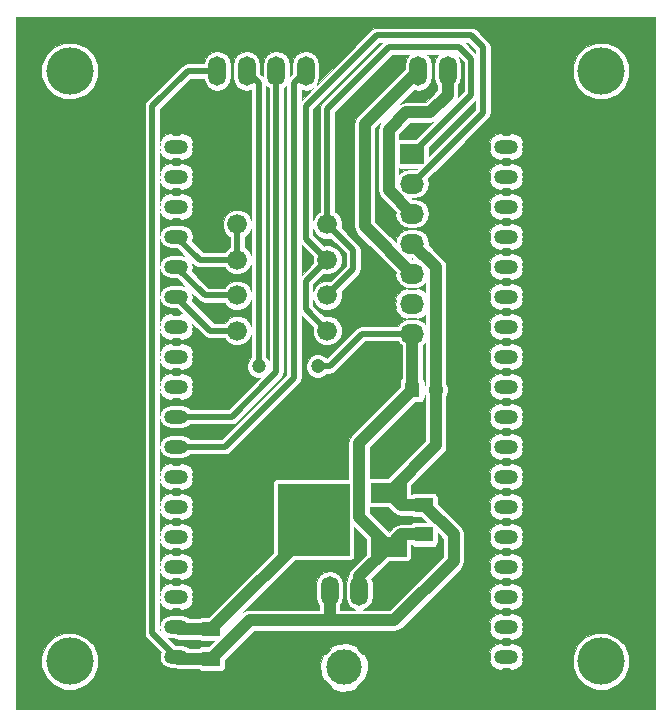
<source format=gbr>
G04 #@! TF.FileFunction,Copper,L2,Bot,Signal*
%FSLAX46Y46*%
G04 Gerber Fmt 4.6, Leading zero omitted, Abs format (unit mm)*
G04 Created by KiCad (PCBNEW 4.0.4-stable) date 10/13/16 13:47:51*
%MOMM*%
%LPD*%
G01*
G04 APERTURE LIST*
%ADD10C,0.100000*%
%ADD11R,1.300000X1.300000*%
%ADD12C,1.300000*%
%ADD13R,1.500000X1.300000*%
%ADD14O,1.500000X2.500000*%
%ADD15R,2.032000X1.727200*%
%ADD16O,2.032000X1.727200*%
%ADD17R,3.048000X1.651000*%
%ADD18R,6.096000X6.096000*%
%ADD19O,2.000000X1.200000*%
%ADD20C,1.676400*%
%ADD21C,3.000000*%
%ADD22C,4.000000*%
%ADD23C,1.200000*%
%ADD24C,1.000000*%
%ADD25C,0.500000*%
%ADD26C,0.026000*%
G04 APERTURE END LIST*
D10*
D11*
X24000000Y-32000000D03*
D12*
X26000000Y-32000000D03*
D13*
X25000000Y-44250000D03*
X25000000Y-41750000D03*
X7000000Y-52250000D03*
X7000000Y-54750000D03*
D14*
X27000000Y-5000000D03*
X24500000Y-5000000D03*
X15000000Y-5000000D03*
X12500000Y-5000000D03*
X10000000Y-5000000D03*
X7500000Y-5000000D03*
D15*
X24000000Y-12000000D03*
D16*
X24000000Y-14540000D03*
X24000000Y-17080000D03*
X24000000Y-19620000D03*
X24000000Y-22160000D03*
X24000000Y-24700000D03*
X24000000Y-27240000D03*
D17*
X22000000Y-40714000D03*
D18*
X15650000Y-43000000D03*
D17*
X22000000Y-45286000D03*
D19*
X4030000Y-11410000D03*
X4030000Y-13950000D03*
X4030000Y-16490000D03*
X4030000Y-19030000D03*
X4030000Y-21570000D03*
X4030000Y-24110000D03*
X4030000Y-26650000D03*
X4030000Y-29190000D03*
X4030000Y-31730000D03*
X4030000Y-34270000D03*
X4030000Y-36810000D03*
X4030000Y-39350000D03*
X4030000Y-41890000D03*
X4030000Y-44430000D03*
X4030000Y-46970000D03*
X4030000Y-49510000D03*
X4030000Y-52050000D03*
X4030000Y-54590000D03*
X31970000Y-54590000D03*
X31970000Y-52050000D03*
X31970000Y-49510000D03*
X31970000Y-46970000D03*
X31970000Y-44430000D03*
X31970000Y-41890000D03*
X31970000Y-39350000D03*
X31970000Y-36810000D03*
X31970000Y-34270000D03*
X31970000Y-31730000D03*
X31970000Y-29190000D03*
X31970000Y-26650000D03*
X31970000Y-24110000D03*
X31970000Y-21570000D03*
X31970000Y-19030000D03*
X31970000Y-16490000D03*
X31970000Y-13950000D03*
X31970000Y-11410000D03*
D20*
X9190000Y-18000000D03*
X16810000Y-18000000D03*
X9190000Y-21000000D03*
X16810000Y-21000000D03*
X16810000Y-24000000D03*
X9190000Y-24000000D03*
X16810000Y-27000000D03*
X9190000Y-27000000D03*
D14*
X17000000Y-49000000D03*
X19500000Y-49000000D03*
D21*
X18250000Y-55500000D03*
D22*
X40000000Y-55000000D03*
X-5000000Y-55000000D03*
X-5000000Y-5000000D03*
X40000000Y-5000000D03*
D23*
X11000000Y-30000000D03*
X16000000Y-30000000D03*
D24*
X19500000Y-49000000D02*
X19500000Y-47786000D01*
X19500000Y-47786000D02*
X22000000Y-45286000D01*
X22000000Y-45286000D02*
X23036000Y-44250000D01*
X23036000Y-44250000D02*
X25000000Y-44250000D01*
X22000000Y-45286000D02*
X19500000Y-42786000D01*
X19500000Y-36500000D02*
X24000000Y-32000000D01*
X19500000Y-42786000D02*
X19500000Y-36500000D01*
X24000000Y-27240000D02*
X24000000Y-32000000D01*
D25*
X11000000Y-30000000D02*
X11000000Y-6000000D01*
X11000000Y-6000000D02*
X10000000Y-5000000D01*
X17000000Y-30000000D02*
X16000000Y-30000000D01*
X17000000Y-30000000D02*
X19760000Y-27240000D01*
X19760000Y-27240000D02*
X24000000Y-27240000D01*
D24*
X17000000Y-49000000D02*
X17000000Y-51500000D01*
X7000000Y-54750000D02*
X10250000Y-51500000D01*
X27500000Y-44250000D02*
X25000000Y-41750000D01*
X27500000Y-46500000D02*
X27500000Y-44250000D01*
X22500000Y-51500000D02*
X27500000Y-46500000D01*
X10250000Y-51500000D02*
X17000000Y-51500000D01*
X17000000Y-51500000D02*
X22500000Y-51500000D01*
X4030000Y-54590000D02*
X4190000Y-54750000D01*
X4190000Y-54750000D02*
X7000000Y-54750000D01*
X22000000Y-40714000D02*
X23036000Y-41750000D01*
X23036000Y-41750000D02*
X25000000Y-41750000D01*
X22000000Y-40714000D02*
X26000000Y-36714000D01*
X26000000Y-21620000D02*
X26000000Y-35000000D01*
X26000000Y-21620000D02*
X24000000Y-19620000D01*
X26000000Y-36714000D02*
X26000000Y-35000000D01*
D25*
X7500000Y-5000000D02*
X5000000Y-5000000D01*
X2000000Y-52560000D02*
X4030000Y-54590000D01*
X2000000Y-8000000D02*
X2000000Y-52560000D01*
X5000000Y-5000000D02*
X2000000Y-8000000D01*
D24*
X7000000Y-52250000D02*
X15650000Y-43600000D01*
X15650000Y-43600000D02*
X15650000Y-43000000D01*
X4030000Y-52050000D02*
X4230000Y-52250000D01*
X4230000Y-52250000D02*
X7000000Y-52250000D01*
D25*
X4030000Y-19030000D02*
X6000000Y-21000000D01*
X6000000Y-21000000D02*
X9190000Y-21000000D01*
X9190000Y-18000000D02*
X9190000Y-21000000D01*
X24000000Y-12000000D02*
X29000000Y-7000000D01*
X16810000Y-8190000D02*
X16810000Y-18000000D01*
X22000000Y-3000000D02*
X16810000Y-8190000D01*
X28000000Y-3000000D02*
X22000000Y-3000000D01*
X29000000Y-4000000D02*
X28000000Y-3000000D01*
X29000000Y-7000000D02*
X29000000Y-4000000D01*
X16810000Y-24000000D02*
X19000000Y-21810000D01*
X19000000Y-20190000D02*
X16810000Y-18000000D01*
X19000000Y-21810000D02*
X19000000Y-20190000D01*
D24*
X24000000Y-17080000D02*
X22000000Y-15080000D01*
X27000000Y-7000000D02*
X27000000Y-5000000D01*
X25500000Y-8500000D02*
X27000000Y-7000000D01*
X23500000Y-8500000D02*
X25500000Y-8500000D01*
X22000000Y-10000000D02*
X23500000Y-8500000D01*
X22000000Y-15080000D02*
X22000000Y-10000000D01*
X24000000Y-22160000D02*
X20000000Y-18160000D01*
X20000000Y-9500000D02*
X24500000Y-5000000D01*
X20000000Y-18160000D02*
X20000000Y-9500000D01*
D25*
X14000000Y-31000000D02*
X14000000Y-6000000D01*
X8190000Y-36810000D02*
X14000000Y-31000000D01*
X4030000Y-36810000D02*
X8190000Y-36810000D01*
X14000000Y-6000000D02*
X15000000Y-5000000D01*
X12500000Y-5000000D02*
X12500000Y-30500000D01*
X12500000Y-30500000D02*
X12000000Y-31000000D01*
X12500000Y-5000000D02*
X13000000Y-5500000D01*
X8730000Y-34270000D02*
X12000000Y-31000000D01*
X4030000Y-34270000D02*
X8730000Y-34270000D01*
X4030000Y-21570000D02*
X6460000Y-24000000D01*
X6460000Y-24000000D02*
X9190000Y-24000000D01*
X4030000Y-24110000D02*
X6920000Y-27000000D01*
X6920000Y-27000000D02*
X9190000Y-27000000D01*
X16810000Y-21000000D02*
X15000000Y-19190000D01*
X30000000Y-8540000D02*
X24000000Y-14540000D01*
X30000000Y-3000000D02*
X30000000Y-8540000D01*
X29000000Y-2000000D02*
X30000000Y-3000000D01*
X21000000Y-2000000D02*
X29000000Y-2000000D01*
X15000000Y-8000000D02*
X21000000Y-2000000D01*
X15000000Y-19190000D02*
X15000000Y-8000000D01*
X16810000Y-21000000D02*
X15000000Y-22810000D01*
X15000000Y-25190000D02*
X16810000Y-27000000D01*
X15000000Y-25000000D02*
X15000000Y-25190000D01*
X15000000Y-22810000D02*
X15000000Y-25000000D01*
D26*
G36*
X44532000Y-58987000D02*
X-9532000Y-58987000D01*
X-9532000Y-55473909D01*
X-7393415Y-55473909D01*
X-7029870Y-56353755D01*
X-6357296Y-57027504D01*
X-5478085Y-57392584D01*
X-4526091Y-57393415D01*
X-3646245Y-57029870D01*
X-2972496Y-56357296D01*
X-2607416Y-55478085D01*
X-2606585Y-54526091D01*
X-2970130Y-53646245D01*
X-3642704Y-52972496D01*
X-4521915Y-52607416D01*
X-5473909Y-52606585D01*
X-6353755Y-52970130D01*
X-7027504Y-53642704D01*
X-7392584Y-54521915D01*
X-7393415Y-55473909D01*
X-9532000Y-55473909D01*
X-9532000Y-8000000D01*
X1357000Y-8000000D01*
X1357000Y-52560000D01*
X1405945Y-52806066D01*
X1545330Y-53014670D01*
X2707471Y-54176811D01*
X2685298Y-54209995D01*
X2609710Y-54590000D01*
X2685298Y-54970005D01*
X2900553Y-55292157D01*
X3222705Y-55507412D01*
X3602710Y-55583000D01*
X3888362Y-55583000D01*
X4190000Y-55643000D01*
X5939356Y-55643000D01*
X5962776Y-55679396D01*
X6094106Y-55769130D01*
X6250000Y-55800699D01*
X7750000Y-55800699D01*
X7895637Y-55773296D01*
X8029396Y-55687224D01*
X8119130Y-55555894D01*
X8150699Y-55400000D01*
X8150699Y-55256607D01*
X16203831Y-55256607D01*
X16266444Y-56058169D01*
X16452729Y-56507901D01*
X16725307Y-56683867D01*
X16741182Y-56667992D01*
X17081711Y-57009115D01*
X17066133Y-57024693D01*
X17242099Y-57297271D01*
X18006607Y-57546169D01*
X18808169Y-57483556D01*
X19257901Y-57297271D01*
X19433867Y-57024693D01*
X19417992Y-57008818D01*
X19759115Y-56668289D01*
X19774693Y-56683867D01*
X20047271Y-56507901D01*
X20296169Y-55743393D01*
X20233556Y-54941831D01*
X20047271Y-54492099D01*
X19774693Y-54316133D01*
X19758818Y-54332008D01*
X19607779Y-54180705D01*
X30526391Y-54180705D01*
X30600924Y-54332531D01*
X30549710Y-54590000D01*
X30600924Y-54847469D01*
X30526391Y-54999295D01*
X30742840Y-55387502D01*
X31110994Y-55643336D01*
X31549028Y-55738810D01*
X31729000Y-55597697D01*
X31729000Y-55583000D01*
X32211000Y-55583000D01*
X32211000Y-55597697D01*
X32390972Y-55738810D01*
X32829006Y-55643336D01*
X33072817Y-55473909D01*
X37606585Y-55473909D01*
X37970130Y-56353755D01*
X38642704Y-57027504D01*
X39521915Y-57392584D01*
X40473909Y-57393415D01*
X41353755Y-57029870D01*
X42027504Y-56357296D01*
X42392584Y-55478085D01*
X42393415Y-54526091D01*
X42029870Y-53646245D01*
X41357296Y-52972496D01*
X40478085Y-52607416D01*
X39526091Y-52606585D01*
X38646245Y-52970130D01*
X37972496Y-53642704D01*
X37607416Y-54521915D01*
X37606585Y-55473909D01*
X33072817Y-55473909D01*
X33197160Y-55387502D01*
X33413609Y-54999295D01*
X33339076Y-54847469D01*
X33390290Y-54590000D01*
X33339076Y-54332531D01*
X33413609Y-54180705D01*
X33197160Y-53792498D01*
X32829006Y-53536664D01*
X32390972Y-53441190D01*
X32211000Y-53582303D01*
X32211000Y-53597000D01*
X31729000Y-53597000D01*
X31729000Y-53582303D01*
X31549028Y-53441190D01*
X31110994Y-53536664D01*
X30742840Y-53792498D01*
X30526391Y-54180705D01*
X19607779Y-54180705D01*
X19418289Y-53990885D01*
X19433867Y-53975307D01*
X19257901Y-53702729D01*
X18493393Y-53453831D01*
X17691831Y-53516444D01*
X17242099Y-53702729D01*
X17066133Y-53975307D01*
X17082008Y-53991182D01*
X16740885Y-54331711D01*
X16725307Y-54316133D01*
X16452729Y-54492099D01*
X16203831Y-55256607D01*
X8150699Y-55256607D01*
X8150699Y-54862193D01*
X10619892Y-52393000D01*
X22500000Y-52393000D01*
X22841736Y-52325024D01*
X23131446Y-52131446D01*
X23622187Y-51640705D01*
X30526391Y-51640705D01*
X30600924Y-51792531D01*
X30549710Y-52050000D01*
X30600924Y-52307469D01*
X30526391Y-52459295D01*
X30742840Y-52847502D01*
X31110994Y-53103336D01*
X31549028Y-53198810D01*
X31729000Y-53057697D01*
X31729000Y-53043000D01*
X32211000Y-53043000D01*
X32211000Y-53057697D01*
X32390972Y-53198810D01*
X32829006Y-53103336D01*
X33197160Y-52847502D01*
X33413609Y-52459295D01*
X33339076Y-52307469D01*
X33390290Y-52050000D01*
X33339076Y-51792531D01*
X33413609Y-51640705D01*
X33197160Y-51252498D01*
X32829006Y-50996664D01*
X32390972Y-50901190D01*
X32211000Y-51042303D01*
X32211000Y-51057000D01*
X31729000Y-51057000D01*
X31729000Y-51042303D01*
X31549028Y-50901190D01*
X31110994Y-50996664D01*
X30742840Y-51252498D01*
X30526391Y-51640705D01*
X23622187Y-51640705D01*
X26162187Y-49100705D01*
X30526391Y-49100705D01*
X30600924Y-49252531D01*
X30549710Y-49510000D01*
X30600924Y-49767469D01*
X30526391Y-49919295D01*
X30742840Y-50307502D01*
X31110994Y-50563336D01*
X31549028Y-50658810D01*
X31729000Y-50517697D01*
X31729000Y-50503000D01*
X32211000Y-50503000D01*
X32211000Y-50517697D01*
X32390972Y-50658810D01*
X32829006Y-50563336D01*
X33197160Y-50307502D01*
X33413609Y-49919295D01*
X33339076Y-49767469D01*
X33390290Y-49510000D01*
X33339076Y-49252531D01*
X33413609Y-49100705D01*
X33197160Y-48712498D01*
X32829006Y-48456664D01*
X32390972Y-48361190D01*
X32211000Y-48502303D01*
X32211000Y-48517000D01*
X31729000Y-48517000D01*
X31729000Y-48502303D01*
X31549028Y-48361190D01*
X31110994Y-48456664D01*
X30742840Y-48712498D01*
X30526391Y-49100705D01*
X26162187Y-49100705D01*
X28131446Y-47131446D01*
X28325024Y-46841736D01*
X28380924Y-46560705D01*
X30526391Y-46560705D01*
X30600924Y-46712531D01*
X30549710Y-46970000D01*
X30600924Y-47227469D01*
X30526391Y-47379295D01*
X30742840Y-47767502D01*
X31110994Y-48023336D01*
X31549028Y-48118810D01*
X31729000Y-47977697D01*
X31729000Y-47963000D01*
X32211000Y-47963000D01*
X32211000Y-47977697D01*
X32390972Y-48118810D01*
X32829006Y-48023336D01*
X33197160Y-47767502D01*
X33413609Y-47379295D01*
X33339076Y-47227469D01*
X33390290Y-46970000D01*
X33339076Y-46712531D01*
X33413609Y-46560705D01*
X33197160Y-46172498D01*
X32829006Y-45916664D01*
X32390972Y-45821190D01*
X32211000Y-45962303D01*
X32211000Y-45977000D01*
X31729000Y-45977000D01*
X31729000Y-45962303D01*
X31549028Y-45821190D01*
X31110994Y-45916664D01*
X30742840Y-46172498D01*
X30526391Y-46560705D01*
X28380924Y-46560705D01*
X28393000Y-46500000D01*
X28393000Y-44250000D01*
X28347391Y-44020705D01*
X30526391Y-44020705D01*
X30600924Y-44172531D01*
X30549710Y-44430000D01*
X30600924Y-44687469D01*
X30526391Y-44839295D01*
X30742840Y-45227502D01*
X31110994Y-45483336D01*
X31549028Y-45578810D01*
X31729000Y-45437697D01*
X31729000Y-45423000D01*
X32211000Y-45423000D01*
X32211000Y-45437697D01*
X32390972Y-45578810D01*
X32829006Y-45483336D01*
X33197160Y-45227502D01*
X33413609Y-44839295D01*
X33339076Y-44687469D01*
X33390290Y-44430000D01*
X33339076Y-44172531D01*
X33413609Y-44020705D01*
X33197160Y-43632498D01*
X32829006Y-43376664D01*
X32390972Y-43281190D01*
X32211000Y-43422303D01*
X32211000Y-43437000D01*
X31729000Y-43437000D01*
X31729000Y-43422303D01*
X31549028Y-43281190D01*
X31110994Y-43376664D01*
X30742840Y-43632498D01*
X30526391Y-44020705D01*
X28347391Y-44020705D01*
X28325024Y-43908264D01*
X28131446Y-43618554D01*
X26150699Y-41637807D01*
X26150699Y-41480705D01*
X30526391Y-41480705D01*
X30600924Y-41632531D01*
X30549710Y-41890000D01*
X30600924Y-42147469D01*
X30526391Y-42299295D01*
X30742840Y-42687502D01*
X31110994Y-42943336D01*
X31549028Y-43038810D01*
X31729000Y-42897697D01*
X31729000Y-42883000D01*
X32211000Y-42883000D01*
X32211000Y-42897697D01*
X32390972Y-43038810D01*
X32829006Y-42943336D01*
X33197160Y-42687502D01*
X33413609Y-42299295D01*
X33339076Y-42147469D01*
X33390290Y-41890000D01*
X33339076Y-41632531D01*
X33413609Y-41480705D01*
X33197160Y-41092498D01*
X32829006Y-40836664D01*
X32390972Y-40741190D01*
X32211000Y-40882303D01*
X32211000Y-40897000D01*
X31729000Y-40897000D01*
X31729000Y-40882303D01*
X31549028Y-40741190D01*
X31110994Y-40836664D01*
X30742840Y-41092498D01*
X30526391Y-41480705D01*
X26150699Y-41480705D01*
X26150699Y-41100000D01*
X26123296Y-40954363D01*
X26037224Y-40820604D01*
X25905894Y-40730870D01*
X25750000Y-40699301D01*
X24250000Y-40699301D01*
X24104363Y-40726704D01*
X23970604Y-40812776D01*
X23940387Y-40857000D01*
X23924699Y-40857000D01*
X23924699Y-40052193D01*
X25036187Y-38940705D01*
X30526391Y-38940705D01*
X30600924Y-39092531D01*
X30549710Y-39350000D01*
X30600924Y-39607469D01*
X30526391Y-39759295D01*
X30742840Y-40147502D01*
X31110994Y-40403336D01*
X31549028Y-40498810D01*
X31729000Y-40357697D01*
X31729000Y-40343000D01*
X32211000Y-40343000D01*
X32211000Y-40357697D01*
X32390972Y-40498810D01*
X32829006Y-40403336D01*
X33197160Y-40147502D01*
X33413609Y-39759295D01*
X33339076Y-39607469D01*
X33390290Y-39350000D01*
X33339076Y-39092531D01*
X33413609Y-38940705D01*
X33197160Y-38552498D01*
X32829006Y-38296664D01*
X32390972Y-38201190D01*
X32211000Y-38342303D01*
X32211000Y-38357000D01*
X31729000Y-38357000D01*
X31729000Y-38342303D01*
X31549028Y-38201190D01*
X31110994Y-38296664D01*
X30742840Y-38552498D01*
X30526391Y-38940705D01*
X25036187Y-38940705D01*
X26631446Y-37345447D01*
X26825024Y-37055736D01*
X26825966Y-37051000D01*
X26893000Y-36714000D01*
X26893000Y-36400705D01*
X30526391Y-36400705D01*
X30600924Y-36552531D01*
X30549710Y-36810000D01*
X30600924Y-37067469D01*
X30526391Y-37219295D01*
X30742840Y-37607502D01*
X31110994Y-37863336D01*
X31549028Y-37958810D01*
X31729000Y-37817697D01*
X31729000Y-37803000D01*
X32211000Y-37803000D01*
X32211000Y-37817697D01*
X32390972Y-37958810D01*
X32829006Y-37863336D01*
X33197160Y-37607502D01*
X33413609Y-37219295D01*
X33339076Y-37067469D01*
X33390290Y-36810000D01*
X33339076Y-36552531D01*
X33413609Y-36400705D01*
X33197160Y-36012498D01*
X32829006Y-35756664D01*
X32390972Y-35661190D01*
X32211000Y-35802303D01*
X32211000Y-35817000D01*
X31729000Y-35817000D01*
X31729000Y-35802303D01*
X31549028Y-35661190D01*
X31110994Y-35756664D01*
X30742840Y-36012498D01*
X30526391Y-36400705D01*
X26893000Y-36400705D01*
X26893000Y-33860705D01*
X30526391Y-33860705D01*
X30600924Y-34012531D01*
X30549710Y-34270000D01*
X30600924Y-34527469D01*
X30526391Y-34679295D01*
X30742840Y-35067502D01*
X31110994Y-35323336D01*
X31549028Y-35418810D01*
X31729000Y-35277697D01*
X31729000Y-35263000D01*
X32211000Y-35263000D01*
X32211000Y-35277697D01*
X32390972Y-35418810D01*
X32829006Y-35323336D01*
X33197160Y-35067502D01*
X33413609Y-34679295D01*
X33339076Y-34527469D01*
X33390290Y-34270000D01*
X33339076Y-34012531D01*
X33413609Y-33860705D01*
X33197160Y-33472498D01*
X32829006Y-33216664D01*
X32390972Y-33121190D01*
X32211000Y-33262303D01*
X32211000Y-33277000D01*
X31729000Y-33277000D01*
X31729000Y-33262303D01*
X31549028Y-33121190D01*
X31110994Y-33216664D01*
X30742840Y-33472498D01*
X30526391Y-33860705D01*
X26893000Y-33860705D01*
X26893000Y-32569180D01*
X27042819Y-32208376D01*
X27043181Y-31793445D01*
X26893000Y-31429980D01*
X26893000Y-31320705D01*
X30526391Y-31320705D01*
X30600924Y-31472531D01*
X30549710Y-31730000D01*
X30600924Y-31987469D01*
X30526391Y-32139295D01*
X30742840Y-32527502D01*
X31110994Y-32783336D01*
X31549028Y-32878810D01*
X31729000Y-32737697D01*
X31729000Y-32723000D01*
X32211000Y-32723000D01*
X32211000Y-32737697D01*
X32390972Y-32878810D01*
X32829006Y-32783336D01*
X33197160Y-32527502D01*
X33413609Y-32139295D01*
X33339076Y-31987469D01*
X33390290Y-31730000D01*
X33339076Y-31472531D01*
X33413609Y-31320705D01*
X33197160Y-30932498D01*
X32829006Y-30676664D01*
X32390972Y-30581190D01*
X32211000Y-30722303D01*
X32211000Y-30737000D01*
X31729000Y-30737000D01*
X31729000Y-30722303D01*
X31549028Y-30581190D01*
X31110994Y-30676664D01*
X30742840Y-30932498D01*
X30526391Y-31320705D01*
X26893000Y-31320705D01*
X26893000Y-28780705D01*
X30526391Y-28780705D01*
X30600924Y-28932531D01*
X30549710Y-29190000D01*
X30600924Y-29447469D01*
X30526391Y-29599295D01*
X30742840Y-29987502D01*
X31110994Y-30243336D01*
X31549028Y-30338810D01*
X31729000Y-30197697D01*
X31729000Y-30183000D01*
X32211000Y-30183000D01*
X32211000Y-30197697D01*
X32390972Y-30338810D01*
X32829006Y-30243336D01*
X33197160Y-29987502D01*
X33413609Y-29599295D01*
X33339076Y-29447469D01*
X33390290Y-29190000D01*
X33339076Y-28932531D01*
X33413609Y-28780705D01*
X33197160Y-28392498D01*
X32829006Y-28136664D01*
X32390972Y-28041190D01*
X32211000Y-28182303D01*
X32211000Y-28197000D01*
X31729000Y-28197000D01*
X31729000Y-28182303D01*
X31549028Y-28041190D01*
X31110994Y-28136664D01*
X30742840Y-28392498D01*
X30526391Y-28780705D01*
X26893000Y-28780705D01*
X26893000Y-26240705D01*
X30526391Y-26240705D01*
X30600924Y-26392531D01*
X30549710Y-26650000D01*
X30600924Y-26907469D01*
X30526391Y-27059295D01*
X30742840Y-27447502D01*
X31110994Y-27703336D01*
X31549028Y-27798810D01*
X31729000Y-27657697D01*
X31729000Y-27643000D01*
X32211000Y-27643000D01*
X32211000Y-27657697D01*
X32390972Y-27798810D01*
X32829006Y-27703336D01*
X33197160Y-27447502D01*
X33413609Y-27059295D01*
X33339076Y-26907469D01*
X33390290Y-26650000D01*
X33339076Y-26392531D01*
X33413609Y-26240705D01*
X33197160Y-25852498D01*
X32829006Y-25596664D01*
X32390972Y-25501190D01*
X32211000Y-25642303D01*
X32211000Y-25657000D01*
X31729000Y-25657000D01*
X31729000Y-25642303D01*
X31549028Y-25501190D01*
X31110994Y-25596664D01*
X30742840Y-25852498D01*
X30526391Y-26240705D01*
X26893000Y-26240705D01*
X26893000Y-23700705D01*
X30526391Y-23700705D01*
X30600924Y-23852531D01*
X30549710Y-24110000D01*
X30600924Y-24367469D01*
X30526391Y-24519295D01*
X30742840Y-24907502D01*
X31110994Y-25163336D01*
X31549028Y-25258810D01*
X31729000Y-25117697D01*
X31729000Y-25103000D01*
X32211000Y-25103000D01*
X32211000Y-25117697D01*
X32390972Y-25258810D01*
X32829006Y-25163336D01*
X33197160Y-24907502D01*
X33413609Y-24519295D01*
X33339076Y-24367469D01*
X33390290Y-24110000D01*
X33339076Y-23852531D01*
X33413609Y-23700705D01*
X33197160Y-23312498D01*
X32829006Y-23056664D01*
X32390972Y-22961190D01*
X32211000Y-23102303D01*
X32211000Y-23117000D01*
X31729000Y-23117000D01*
X31729000Y-23102303D01*
X31549028Y-22961190D01*
X31110994Y-23056664D01*
X30742840Y-23312498D01*
X30526391Y-23700705D01*
X26893000Y-23700705D01*
X26893000Y-21620000D01*
X26825024Y-21278264D01*
X26746474Y-21160705D01*
X30526391Y-21160705D01*
X30600924Y-21312531D01*
X30549710Y-21570000D01*
X30600924Y-21827469D01*
X30526391Y-21979295D01*
X30742840Y-22367502D01*
X31110994Y-22623336D01*
X31549028Y-22718810D01*
X31729000Y-22577697D01*
X31729000Y-22563000D01*
X32211000Y-22563000D01*
X32211000Y-22577697D01*
X32390972Y-22718810D01*
X32829006Y-22623336D01*
X33197160Y-22367502D01*
X33413609Y-21979295D01*
X33339076Y-21827469D01*
X33390290Y-21570000D01*
X33339076Y-21312531D01*
X33413609Y-21160705D01*
X33197160Y-20772498D01*
X32829006Y-20516664D01*
X32390972Y-20421190D01*
X32211000Y-20562303D01*
X32211000Y-20577000D01*
X31729000Y-20577000D01*
X31729000Y-20562303D01*
X31549028Y-20421190D01*
X31110994Y-20516664D01*
X30742840Y-20772498D01*
X30526391Y-21160705D01*
X26746474Y-21160705D01*
X26631446Y-20988554D01*
X25407783Y-19764891D01*
X25436604Y-19620000D01*
X25340951Y-19139120D01*
X25068554Y-18731450D01*
X24902813Y-18620705D01*
X30526391Y-18620705D01*
X30600924Y-18772531D01*
X30549710Y-19030000D01*
X30600924Y-19287469D01*
X30526391Y-19439295D01*
X30742840Y-19827502D01*
X31110994Y-20083336D01*
X31549028Y-20178810D01*
X31729000Y-20037697D01*
X31729000Y-20023000D01*
X32211000Y-20023000D01*
X32211000Y-20037697D01*
X32390972Y-20178810D01*
X32829006Y-20083336D01*
X33197160Y-19827502D01*
X33413609Y-19439295D01*
X33339076Y-19287469D01*
X33390290Y-19030000D01*
X33339076Y-18772531D01*
X33413609Y-18620705D01*
X33197160Y-18232498D01*
X32829006Y-17976664D01*
X32390972Y-17881190D01*
X32211000Y-18022303D01*
X32211000Y-18037000D01*
X31729000Y-18037000D01*
X31729000Y-18022303D01*
X31549028Y-17881190D01*
X31110994Y-17976664D01*
X30742840Y-18232498D01*
X30526391Y-18620705D01*
X24902813Y-18620705D01*
X24660884Y-18459053D01*
X24180004Y-18363400D01*
X23819996Y-18363400D01*
X23339116Y-18459053D01*
X22931446Y-18731450D01*
X22659049Y-19139120D01*
X22589858Y-19486966D01*
X20893000Y-17790108D01*
X20893000Y-9869892D01*
X21316634Y-9446258D01*
X21174976Y-9658264D01*
X21107000Y-10000000D01*
X21107000Y-15080000D01*
X21174976Y-15421736D01*
X21368554Y-15711446D01*
X22592217Y-16935109D01*
X22563396Y-17080000D01*
X22659049Y-17560880D01*
X22931446Y-17968550D01*
X23339116Y-18240947D01*
X23819996Y-18336600D01*
X24180004Y-18336600D01*
X24660884Y-18240947D01*
X25068554Y-17968550D01*
X25340951Y-17560880D01*
X25436604Y-17080000D01*
X25340951Y-16599120D01*
X25068554Y-16191450D01*
X24902813Y-16080705D01*
X30526391Y-16080705D01*
X30600924Y-16232531D01*
X30549710Y-16490000D01*
X30600924Y-16747469D01*
X30526391Y-16899295D01*
X30742840Y-17287502D01*
X31110994Y-17543336D01*
X31549028Y-17638810D01*
X31729000Y-17497697D01*
X31729000Y-17483000D01*
X32211000Y-17483000D01*
X32211000Y-17497697D01*
X32390972Y-17638810D01*
X32829006Y-17543336D01*
X33197160Y-17287502D01*
X33413609Y-16899295D01*
X33339076Y-16747469D01*
X33390290Y-16490000D01*
X33339076Y-16232531D01*
X33413609Y-16080705D01*
X33197160Y-15692498D01*
X32829006Y-15436664D01*
X32390972Y-15341190D01*
X32211000Y-15482303D01*
X32211000Y-15497000D01*
X31729000Y-15497000D01*
X31729000Y-15482303D01*
X31549028Y-15341190D01*
X31110994Y-15436664D01*
X30742840Y-15692498D01*
X30526391Y-16080705D01*
X24902813Y-16080705D01*
X24660884Y-15919053D01*
X24180004Y-15823400D01*
X24006292Y-15823400D01*
X23979492Y-15796600D01*
X24180004Y-15796600D01*
X24660884Y-15700947D01*
X25068554Y-15428550D01*
X25340951Y-15020880D01*
X25436604Y-14540000D01*
X25349125Y-14100215D01*
X25908634Y-13540705D01*
X30526391Y-13540705D01*
X30600924Y-13692531D01*
X30549710Y-13950000D01*
X30600924Y-14207469D01*
X30526391Y-14359295D01*
X30742840Y-14747502D01*
X31110994Y-15003336D01*
X31549028Y-15098810D01*
X31729000Y-14957697D01*
X31729000Y-14943000D01*
X32211000Y-14943000D01*
X32211000Y-14957697D01*
X32390972Y-15098810D01*
X32829006Y-15003336D01*
X33197160Y-14747502D01*
X33413609Y-14359295D01*
X33339076Y-14207469D01*
X33390290Y-13950000D01*
X33339076Y-13692531D01*
X33413609Y-13540705D01*
X33197160Y-13152498D01*
X32829006Y-12896664D01*
X32390972Y-12801190D01*
X32211000Y-12942303D01*
X32211000Y-12957000D01*
X31729000Y-12957000D01*
X31729000Y-12942303D01*
X31549028Y-12801190D01*
X31110994Y-12896664D01*
X30742840Y-13152498D01*
X30526391Y-13540705D01*
X25908634Y-13540705D01*
X28448634Y-11000705D01*
X30526391Y-11000705D01*
X30600924Y-11152531D01*
X30549710Y-11410000D01*
X30600924Y-11667469D01*
X30526391Y-11819295D01*
X30742840Y-12207502D01*
X31110994Y-12463336D01*
X31549028Y-12558810D01*
X31729000Y-12417697D01*
X31729000Y-12403000D01*
X32211000Y-12403000D01*
X32211000Y-12417697D01*
X32390972Y-12558810D01*
X32829006Y-12463336D01*
X33197160Y-12207502D01*
X33413609Y-11819295D01*
X33339076Y-11667469D01*
X33390290Y-11410000D01*
X33339076Y-11152531D01*
X33413609Y-11000705D01*
X33197160Y-10612498D01*
X32829006Y-10356664D01*
X32390972Y-10261190D01*
X32211000Y-10402303D01*
X32211000Y-10417000D01*
X31729000Y-10417000D01*
X31729000Y-10402303D01*
X31549028Y-10261190D01*
X31110994Y-10356664D01*
X30742840Y-10612498D01*
X30526391Y-11000705D01*
X28448634Y-11000705D01*
X30454667Y-8994672D01*
X30454670Y-8994670D01*
X30594055Y-8786065D01*
X30643000Y-8540000D01*
X30643000Y-5473909D01*
X37606585Y-5473909D01*
X37970130Y-6353755D01*
X38642704Y-7027504D01*
X39521915Y-7392584D01*
X40473909Y-7393415D01*
X41353755Y-7029870D01*
X42027504Y-6357296D01*
X42392584Y-5478085D01*
X42393415Y-4526091D01*
X42029870Y-3646245D01*
X41357296Y-2972496D01*
X40478085Y-2607416D01*
X39526091Y-2606585D01*
X38646245Y-2970130D01*
X37972496Y-3642704D01*
X37607416Y-4521915D01*
X37606585Y-5473909D01*
X30643000Y-5473909D01*
X30643000Y-3000005D01*
X30643001Y-3000000D01*
X30594055Y-2753934D01*
X30487227Y-2594055D01*
X30454670Y-2545330D01*
X30454667Y-2545328D01*
X29454670Y-1545330D01*
X29246066Y-1405945D01*
X29000000Y-1357000D01*
X21000000Y-1357000D01*
X20753935Y-1405945D01*
X20545330Y-1545330D01*
X20545328Y-1545333D01*
X15924963Y-6165698D01*
X16055994Y-5969595D01*
X16143000Y-5532188D01*
X16143000Y-4467812D01*
X16055994Y-4030405D01*
X15808223Y-3659589D01*
X15437407Y-3411818D01*
X15000000Y-3324812D01*
X14562593Y-3411818D01*
X14191777Y-3659589D01*
X13944006Y-4030405D01*
X13857000Y-4467812D01*
X13857000Y-5233660D01*
X13643000Y-5447660D01*
X13643000Y-4467812D01*
X13555994Y-4030405D01*
X13308223Y-3659589D01*
X12937407Y-3411818D01*
X12500000Y-3324812D01*
X12062593Y-3411818D01*
X11691777Y-3659589D01*
X11444006Y-4030405D01*
X11357000Y-4467812D01*
X11357000Y-5447661D01*
X11143000Y-5233661D01*
X11143000Y-4467812D01*
X11055994Y-4030405D01*
X10808223Y-3659589D01*
X10437407Y-3411818D01*
X10000000Y-3324812D01*
X9562593Y-3411818D01*
X9191777Y-3659589D01*
X8944006Y-4030405D01*
X8857000Y-4467812D01*
X8857000Y-5532188D01*
X8944006Y-5969595D01*
X9191777Y-6340411D01*
X9562593Y-6588182D01*
X10000000Y-6675188D01*
X10357000Y-6604176D01*
X10357000Y-17600281D01*
X10234369Y-17303492D01*
X9888330Y-16956848D01*
X9435975Y-16769014D01*
X8946174Y-16768586D01*
X8493492Y-16955631D01*
X8146848Y-17301670D01*
X7959014Y-17754025D01*
X7958586Y-18243826D01*
X8145631Y-18696508D01*
X8491670Y-19043152D01*
X8547000Y-19066127D01*
X8547000Y-19933522D01*
X8493492Y-19955631D01*
X8146848Y-20301670D01*
X8123873Y-20357000D01*
X6266339Y-20357000D01*
X5352529Y-19443189D01*
X5374702Y-19410005D01*
X5450290Y-19030000D01*
X5374702Y-18649995D01*
X5159447Y-18327843D01*
X4837295Y-18112588D01*
X4457290Y-18037000D01*
X3602710Y-18037000D01*
X3222705Y-18112588D01*
X2900553Y-18327843D01*
X2685298Y-18649995D01*
X2643000Y-18862641D01*
X2643000Y-17000825D01*
X2802840Y-17287502D01*
X3170994Y-17543336D01*
X3609028Y-17638810D01*
X3789000Y-17497697D01*
X3789000Y-17483000D01*
X4271000Y-17483000D01*
X4271000Y-17497697D01*
X4450972Y-17638810D01*
X4889006Y-17543336D01*
X5257160Y-17287502D01*
X5473609Y-16899295D01*
X5399076Y-16747469D01*
X5450290Y-16490000D01*
X5399076Y-16232531D01*
X5473609Y-16080705D01*
X5257160Y-15692498D01*
X4889006Y-15436664D01*
X4450972Y-15341190D01*
X4271000Y-15482303D01*
X4271000Y-15497000D01*
X3789000Y-15497000D01*
X3789000Y-15482303D01*
X3609028Y-15341190D01*
X3170994Y-15436664D01*
X2802840Y-15692498D01*
X2643000Y-15979175D01*
X2643000Y-14460825D01*
X2802840Y-14747502D01*
X3170994Y-15003336D01*
X3609028Y-15098810D01*
X3789000Y-14957697D01*
X3789000Y-14943000D01*
X4271000Y-14943000D01*
X4271000Y-14957697D01*
X4450972Y-15098810D01*
X4889006Y-15003336D01*
X5257160Y-14747502D01*
X5473609Y-14359295D01*
X5399076Y-14207469D01*
X5450290Y-13950000D01*
X5399076Y-13692531D01*
X5473609Y-13540705D01*
X5257160Y-13152498D01*
X4889006Y-12896664D01*
X4450972Y-12801190D01*
X4271000Y-12942303D01*
X4271000Y-12957000D01*
X3789000Y-12957000D01*
X3789000Y-12942303D01*
X3609028Y-12801190D01*
X3170994Y-12896664D01*
X2802840Y-13152498D01*
X2643000Y-13439175D01*
X2643000Y-11920825D01*
X2802840Y-12207502D01*
X3170994Y-12463336D01*
X3609028Y-12558810D01*
X3789000Y-12417697D01*
X3789000Y-12403000D01*
X4271000Y-12403000D01*
X4271000Y-12417697D01*
X4450972Y-12558810D01*
X4889006Y-12463336D01*
X5257160Y-12207502D01*
X5473609Y-11819295D01*
X5399076Y-11667469D01*
X5450290Y-11410000D01*
X5399076Y-11152531D01*
X5473609Y-11000705D01*
X5257160Y-10612498D01*
X4889006Y-10356664D01*
X4450972Y-10261190D01*
X4271000Y-10402303D01*
X4271000Y-10417000D01*
X3789000Y-10417000D01*
X3789000Y-10402303D01*
X3609028Y-10261190D01*
X3170994Y-10356664D01*
X2802840Y-10612498D01*
X2643000Y-10899175D01*
X2643000Y-8266340D01*
X5266339Y-5643000D01*
X6379042Y-5643000D01*
X6444006Y-5969595D01*
X6691777Y-6340411D01*
X7062593Y-6588182D01*
X7500000Y-6675188D01*
X7937407Y-6588182D01*
X8308223Y-6340411D01*
X8555994Y-5969595D01*
X8643000Y-5532188D01*
X8643000Y-4467812D01*
X8555994Y-4030405D01*
X8308223Y-3659589D01*
X7937407Y-3411818D01*
X7500000Y-3324812D01*
X7062593Y-3411818D01*
X6691777Y-3659589D01*
X6444006Y-4030405D01*
X6379042Y-4357000D01*
X5000005Y-4357000D01*
X5000000Y-4356999D01*
X4753934Y-4405945D01*
X4661344Y-4467812D01*
X4545330Y-4545330D01*
X4545328Y-4545333D01*
X1545330Y-7545330D01*
X1405945Y-7753934D01*
X1383146Y-7868554D01*
X1357000Y-8000000D01*
X-9532000Y-8000000D01*
X-9532000Y-5473909D01*
X-7393415Y-5473909D01*
X-7029870Y-6353755D01*
X-6357296Y-7027504D01*
X-5478085Y-7392584D01*
X-4526091Y-7393415D01*
X-3646245Y-7029870D01*
X-2972496Y-6357296D01*
X-2607416Y-5478085D01*
X-2606585Y-4526091D01*
X-2970130Y-3646245D01*
X-3642704Y-2972496D01*
X-4521915Y-2607416D01*
X-5473909Y-2606585D01*
X-6353755Y-2970130D01*
X-7027504Y-3642704D01*
X-7392584Y-4521915D01*
X-7393415Y-5473909D01*
X-9532000Y-5473909D01*
X-9532000Y-468000D01*
X44532000Y-468000D01*
X44532000Y-58987000D01*
X44532000Y-58987000D01*
G37*
X44532000Y-58987000D02*
X-9532000Y-58987000D01*
X-9532000Y-55473909D01*
X-7393415Y-55473909D01*
X-7029870Y-56353755D01*
X-6357296Y-57027504D01*
X-5478085Y-57392584D01*
X-4526091Y-57393415D01*
X-3646245Y-57029870D01*
X-2972496Y-56357296D01*
X-2607416Y-55478085D01*
X-2606585Y-54526091D01*
X-2970130Y-53646245D01*
X-3642704Y-52972496D01*
X-4521915Y-52607416D01*
X-5473909Y-52606585D01*
X-6353755Y-52970130D01*
X-7027504Y-53642704D01*
X-7392584Y-54521915D01*
X-7393415Y-55473909D01*
X-9532000Y-55473909D01*
X-9532000Y-8000000D01*
X1357000Y-8000000D01*
X1357000Y-52560000D01*
X1405945Y-52806066D01*
X1545330Y-53014670D01*
X2707471Y-54176811D01*
X2685298Y-54209995D01*
X2609710Y-54590000D01*
X2685298Y-54970005D01*
X2900553Y-55292157D01*
X3222705Y-55507412D01*
X3602710Y-55583000D01*
X3888362Y-55583000D01*
X4190000Y-55643000D01*
X5939356Y-55643000D01*
X5962776Y-55679396D01*
X6094106Y-55769130D01*
X6250000Y-55800699D01*
X7750000Y-55800699D01*
X7895637Y-55773296D01*
X8029396Y-55687224D01*
X8119130Y-55555894D01*
X8150699Y-55400000D01*
X8150699Y-55256607D01*
X16203831Y-55256607D01*
X16266444Y-56058169D01*
X16452729Y-56507901D01*
X16725307Y-56683867D01*
X16741182Y-56667992D01*
X17081711Y-57009115D01*
X17066133Y-57024693D01*
X17242099Y-57297271D01*
X18006607Y-57546169D01*
X18808169Y-57483556D01*
X19257901Y-57297271D01*
X19433867Y-57024693D01*
X19417992Y-57008818D01*
X19759115Y-56668289D01*
X19774693Y-56683867D01*
X20047271Y-56507901D01*
X20296169Y-55743393D01*
X20233556Y-54941831D01*
X20047271Y-54492099D01*
X19774693Y-54316133D01*
X19758818Y-54332008D01*
X19607779Y-54180705D01*
X30526391Y-54180705D01*
X30600924Y-54332531D01*
X30549710Y-54590000D01*
X30600924Y-54847469D01*
X30526391Y-54999295D01*
X30742840Y-55387502D01*
X31110994Y-55643336D01*
X31549028Y-55738810D01*
X31729000Y-55597697D01*
X31729000Y-55583000D01*
X32211000Y-55583000D01*
X32211000Y-55597697D01*
X32390972Y-55738810D01*
X32829006Y-55643336D01*
X33072817Y-55473909D01*
X37606585Y-55473909D01*
X37970130Y-56353755D01*
X38642704Y-57027504D01*
X39521915Y-57392584D01*
X40473909Y-57393415D01*
X41353755Y-57029870D01*
X42027504Y-56357296D01*
X42392584Y-55478085D01*
X42393415Y-54526091D01*
X42029870Y-53646245D01*
X41357296Y-52972496D01*
X40478085Y-52607416D01*
X39526091Y-52606585D01*
X38646245Y-52970130D01*
X37972496Y-53642704D01*
X37607416Y-54521915D01*
X37606585Y-55473909D01*
X33072817Y-55473909D01*
X33197160Y-55387502D01*
X33413609Y-54999295D01*
X33339076Y-54847469D01*
X33390290Y-54590000D01*
X33339076Y-54332531D01*
X33413609Y-54180705D01*
X33197160Y-53792498D01*
X32829006Y-53536664D01*
X32390972Y-53441190D01*
X32211000Y-53582303D01*
X32211000Y-53597000D01*
X31729000Y-53597000D01*
X31729000Y-53582303D01*
X31549028Y-53441190D01*
X31110994Y-53536664D01*
X30742840Y-53792498D01*
X30526391Y-54180705D01*
X19607779Y-54180705D01*
X19418289Y-53990885D01*
X19433867Y-53975307D01*
X19257901Y-53702729D01*
X18493393Y-53453831D01*
X17691831Y-53516444D01*
X17242099Y-53702729D01*
X17066133Y-53975307D01*
X17082008Y-53991182D01*
X16740885Y-54331711D01*
X16725307Y-54316133D01*
X16452729Y-54492099D01*
X16203831Y-55256607D01*
X8150699Y-55256607D01*
X8150699Y-54862193D01*
X10619892Y-52393000D01*
X22500000Y-52393000D01*
X22841736Y-52325024D01*
X23131446Y-52131446D01*
X23622187Y-51640705D01*
X30526391Y-51640705D01*
X30600924Y-51792531D01*
X30549710Y-52050000D01*
X30600924Y-52307469D01*
X30526391Y-52459295D01*
X30742840Y-52847502D01*
X31110994Y-53103336D01*
X31549028Y-53198810D01*
X31729000Y-53057697D01*
X31729000Y-53043000D01*
X32211000Y-53043000D01*
X32211000Y-53057697D01*
X32390972Y-53198810D01*
X32829006Y-53103336D01*
X33197160Y-52847502D01*
X33413609Y-52459295D01*
X33339076Y-52307469D01*
X33390290Y-52050000D01*
X33339076Y-51792531D01*
X33413609Y-51640705D01*
X33197160Y-51252498D01*
X32829006Y-50996664D01*
X32390972Y-50901190D01*
X32211000Y-51042303D01*
X32211000Y-51057000D01*
X31729000Y-51057000D01*
X31729000Y-51042303D01*
X31549028Y-50901190D01*
X31110994Y-50996664D01*
X30742840Y-51252498D01*
X30526391Y-51640705D01*
X23622187Y-51640705D01*
X26162187Y-49100705D01*
X30526391Y-49100705D01*
X30600924Y-49252531D01*
X30549710Y-49510000D01*
X30600924Y-49767469D01*
X30526391Y-49919295D01*
X30742840Y-50307502D01*
X31110994Y-50563336D01*
X31549028Y-50658810D01*
X31729000Y-50517697D01*
X31729000Y-50503000D01*
X32211000Y-50503000D01*
X32211000Y-50517697D01*
X32390972Y-50658810D01*
X32829006Y-50563336D01*
X33197160Y-50307502D01*
X33413609Y-49919295D01*
X33339076Y-49767469D01*
X33390290Y-49510000D01*
X33339076Y-49252531D01*
X33413609Y-49100705D01*
X33197160Y-48712498D01*
X32829006Y-48456664D01*
X32390972Y-48361190D01*
X32211000Y-48502303D01*
X32211000Y-48517000D01*
X31729000Y-48517000D01*
X31729000Y-48502303D01*
X31549028Y-48361190D01*
X31110994Y-48456664D01*
X30742840Y-48712498D01*
X30526391Y-49100705D01*
X26162187Y-49100705D01*
X28131446Y-47131446D01*
X28325024Y-46841736D01*
X28380924Y-46560705D01*
X30526391Y-46560705D01*
X30600924Y-46712531D01*
X30549710Y-46970000D01*
X30600924Y-47227469D01*
X30526391Y-47379295D01*
X30742840Y-47767502D01*
X31110994Y-48023336D01*
X31549028Y-48118810D01*
X31729000Y-47977697D01*
X31729000Y-47963000D01*
X32211000Y-47963000D01*
X32211000Y-47977697D01*
X32390972Y-48118810D01*
X32829006Y-48023336D01*
X33197160Y-47767502D01*
X33413609Y-47379295D01*
X33339076Y-47227469D01*
X33390290Y-46970000D01*
X33339076Y-46712531D01*
X33413609Y-46560705D01*
X33197160Y-46172498D01*
X32829006Y-45916664D01*
X32390972Y-45821190D01*
X32211000Y-45962303D01*
X32211000Y-45977000D01*
X31729000Y-45977000D01*
X31729000Y-45962303D01*
X31549028Y-45821190D01*
X31110994Y-45916664D01*
X30742840Y-46172498D01*
X30526391Y-46560705D01*
X28380924Y-46560705D01*
X28393000Y-46500000D01*
X28393000Y-44250000D01*
X28347391Y-44020705D01*
X30526391Y-44020705D01*
X30600924Y-44172531D01*
X30549710Y-44430000D01*
X30600924Y-44687469D01*
X30526391Y-44839295D01*
X30742840Y-45227502D01*
X31110994Y-45483336D01*
X31549028Y-45578810D01*
X31729000Y-45437697D01*
X31729000Y-45423000D01*
X32211000Y-45423000D01*
X32211000Y-45437697D01*
X32390972Y-45578810D01*
X32829006Y-45483336D01*
X33197160Y-45227502D01*
X33413609Y-44839295D01*
X33339076Y-44687469D01*
X33390290Y-44430000D01*
X33339076Y-44172531D01*
X33413609Y-44020705D01*
X33197160Y-43632498D01*
X32829006Y-43376664D01*
X32390972Y-43281190D01*
X32211000Y-43422303D01*
X32211000Y-43437000D01*
X31729000Y-43437000D01*
X31729000Y-43422303D01*
X31549028Y-43281190D01*
X31110994Y-43376664D01*
X30742840Y-43632498D01*
X30526391Y-44020705D01*
X28347391Y-44020705D01*
X28325024Y-43908264D01*
X28131446Y-43618554D01*
X26150699Y-41637807D01*
X26150699Y-41480705D01*
X30526391Y-41480705D01*
X30600924Y-41632531D01*
X30549710Y-41890000D01*
X30600924Y-42147469D01*
X30526391Y-42299295D01*
X30742840Y-42687502D01*
X31110994Y-42943336D01*
X31549028Y-43038810D01*
X31729000Y-42897697D01*
X31729000Y-42883000D01*
X32211000Y-42883000D01*
X32211000Y-42897697D01*
X32390972Y-43038810D01*
X32829006Y-42943336D01*
X33197160Y-42687502D01*
X33413609Y-42299295D01*
X33339076Y-42147469D01*
X33390290Y-41890000D01*
X33339076Y-41632531D01*
X33413609Y-41480705D01*
X33197160Y-41092498D01*
X32829006Y-40836664D01*
X32390972Y-40741190D01*
X32211000Y-40882303D01*
X32211000Y-40897000D01*
X31729000Y-40897000D01*
X31729000Y-40882303D01*
X31549028Y-40741190D01*
X31110994Y-40836664D01*
X30742840Y-41092498D01*
X30526391Y-41480705D01*
X26150699Y-41480705D01*
X26150699Y-41100000D01*
X26123296Y-40954363D01*
X26037224Y-40820604D01*
X25905894Y-40730870D01*
X25750000Y-40699301D01*
X24250000Y-40699301D01*
X24104363Y-40726704D01*
X23970604Y-40812776D01*
X23940387Y-40857000D01*
X23924699Y-40857000D01*
X23924699Y-40052193D01*
X25036187Y-38940705D01*
X30526391Y-38940705D01*
X30600924Y-39092531D01*
X30549710Y-39350000D01*
X30600924Y-39607469D01*
X30526391Y-39759295D01*
X30742840Y-40147502D01*
X31110994Y-40403336D01*
X31549028Y-40498810D01*
X31729000Y-40357697D01*
X31729000Y-40343000D01*
X32211000Y-40343000D01*
X32211000Y-40357697D01*
X32390972Y-40498810D01*
X32829006Y-40403336D01*
X33197160Y-40147502D01*
X33413609Y-39759295D01*
X33339076Y-39607469D01*
X33390290Y-39350000D01*
X33339076Y-39092531D01*
X33413609Y-38940705D01*
X33197160Y-38552498D01*
X32829006Y-38296664D01*
X32390972Y-38201190D01*
X32211000Y-38342303D01*
X32211000Y-38357000D01*
X31729000Y-38357000D01*
X31729000Y-38342303D01*
X31549028Y-38201190D01*
X31110994Y-38296664D01*
X30742840Y-38552498D01*
X30526391Y-38940705D01*
X25036187Y-38940705D01*
X26631446Y-37345447D01*
X26825024Y-37055736D01*
X26825966Y-37051000D01*
X26893000Y-36714000D01*
X26893000Y-36400705D01*
X30526391Y-36400705D01*
X30600924Y-36552531D01*
X30549710Y-36810000D01*
X30600924Y-37067469D01*
X30526391Y-37219295D01*
X30742840Y-37607502D01*
X31110994Y-37863336D01*
X31549028Y-37958810D01*
X31729000Y-37817697D01*
X31729000Y-37803000D01*
X32211000Y-37803000D01*
X32211000Y-37817697D01*
X32390972Y-37958810D01*
X32829006Y-37863336D01*
X33197160Y-37607502D01*
X33413609Y-37219295D01*
X33339076Y-37067469D01*
X33390290Y-36810000D01*
X33339076Y-36552531D01*
X33413609Y-36400705D01*
X33197160Y-36012498D01*
X32829006Y-35756664D01*
X32390972Y-35661190D01*
X32211000Y-35802303D01*
X32211000Y-35817000D01*
X31729000Y-35817000D01*
X31729000Y-35802303D01*
X31549028Y-35661190D01*
X31110994Y-35756664D01*
X30742840Y-36012498D01*
X30526391Y-36400705D01*
X26893000Y-36400705D01*
X26893000Y-33860705D01*
X30526391Y-33860705D01*
X30600924Y-34012531D01*
X30549710Y-34270000D01*
X30600924Y-34527469D01*
X30526391Y-34679295D01*
X30742840Y-35067502D01*
X31110994Y-35323336D01*
X31549028Y-35418810D01*
X31729000Y-35277697D01*
X31729000Y-35263000D01*
X32211000Y-35263000D01*
X32211000Y-35277697D01*
X32390972Y-35418810D01*
X32829006Y-35323336D01*
X33197160Y-35067502D01*
X33413609Y-34679295D01*
X33339076Y-34527469D01*
X33390290Y-34270000D01*
X33339076Y-34012531D01*
X33413609Y-33860705D01*
X33197160Y-33472498D01*
X32829006Y-33216664D01*
X32390972Y-33121190D01*
X32211000Y-33262303D01*
X32211000Y-33277000D01*
X31729000Y-33277000D01*
X31729000Y-33262303D01*
X31549028Y-33121190D01*
X31110994Y-33216664D01*
X30742840Y-33472498D01*
X30526391Y-33860705D01*
X26893000Y-33860705D01*
X26893000Y-32569180D01*
X27042819Y-32208376D01*
X27043181Y-31793445D01*
X26893000Y-31429980D01*
X26893000Y-31320705D01*
X30526391Y-31320705D01*
X30600924Y-31472531D01*
X30549710Y-31730000D01*
X30600924Y-31987469D01*
X30526391Y-32139295D01*
X30742840Y-32527502D01*
X31110994Y-32783336D01*
X31549028Y-32878810D01*
X31729000Y-32737697D01*
X31729000Y-32723000D01*
X32211000Y-32723000D01*
X32211000Y-32737697D01*
X32390972Y-32878810D01*
X32829006Y-32783336D01*
X33197160Y-32527502D01*
X33413609Y-32139295D01*
X33339076Y-31987469D01*
X33390290Y-31730000D01*
X33339076Y-31472531D01*
X33413609Y-31320705D01*
X33197160Y-30932498D01*
X32829006Y-30676664D01*
X32390972Y-30581190D01*
X32211000Y-30722303D01*
X32211000Y-30737000D01*
X31729000Y-30737000D01*
X31729000Y-30722303D01*
X31549028Y-30581190D01*
X31110994Y-30676664D01*
X30742840Y-30932498D01*
X30526391Y-31320705D01*
X26893000Y-31320705D01*
X26893000Y-28780705D01*
X30526391Y-28780705D01*
X30600924Y-28932531D01*
X30549710Y-29190000D01*
X30600924Y-29447469D01*
X30526391Y-29599295D01*
X30742840Y-29987502D01*
X31110994Y-30243336D01*
X31549028Y-30338810D01*
X31729000Y-30197697D01*
X31729000Y-30183000D01*
X32211000Y-30183000D01*
X32211000Y-30197697D01*
X32390972Y-30338810D01*
X32829006Y-30243336D01*
X33197160Y-29987502D01*
X33413609Y-29599295D01*
X33339076Y-29447469D01*
X33390290Y-29190000D01*
X33339076Y-28932531D01*
X33413609Y-28780705D01*
X33197160Y-28392498D01*
X32829006Y-28136664D01*
X32390972Y-28041190D01*
X32211000Y-28182303D01*
X32211000Y-28197000D01*
X31729000Y-28197000D01*
X31729000Y-28182303D01*
X31549028Y-28041190D01*
X31110994Y-28136664D01*
X30742840Y-28392498D01*
X30526391Y-28780705D01*
X26893000Y-28780705D01*
X26893000Y-26240705D01*
X30526391Y-26240705D01*
X30600924Y-26392531D01*
X30549710Y-26650000D01*
X30600924Y-26907469D01*
X30526391Y-27059295D01*
X30742840Y-27447502D01*
X31110994Y-27703336D01*
X31549028Y-27798810D01*
X31729000Y-27657697D01*
X31729000Y-27643000D01*
X32211000Y-27643000D01*
X32211000Y-27657697D01*
X32390972Y-27798810D01*
X32829006Y-27703336D01*
X33197160Y-27447502D01*
X33413609Y-27059295D01*
X33339076Y-26907469D01*
X33390290Y-26650000D01*
X33339076Y-26392531D01*
X33413609Y-26240705D01*
X33197160Y-25852498D01*
X32829006Y-25596664D01*
X32390972Y-25501190D01*
X32211000Y-25642303D01*
X32211000Y-25657000D01*
X31729000Y-25657000D01*
X31729000Y-25642303D01*
X31549028Y-25501190D01*
X31110994Y-25596664D01*
X30742840Y-25852498D01*
X30526391Y-26240705D01*
X26893000Y-26240705D01*
X26893000Y-23700705D01*
X30526391Y-23700705D01*
X30600924Y-23852531D01*
X30549710Y-24110000D01*
X30600924Y-24367469D01*
X30526391Y-24519295D01*
X30742840Y-24907502D01*
X31110994Y-25163336D01*
X31549028Y-25258810D01*
X31729000Y-25117697D01*
X31729000Y-25103000D01*
X32211000Y-25103000D01*
X32211000Y-25117697D01*
X32390972Y-25258810D01*
X32829006Y-25163336D01*
X33197160Y-24907502D01*
X33413609Y-24519295D01*
X33339076Y-24367469D01*
X33390290Y-24110000D01*
X33339076Y-23852531D01*
X33413609Y-23700705D01*
X33197160Y-23312498D01*
X32829006Y-23056664D01*
X32390972Y-22961190D01*
X32211000Y-23102303D01*
X32211000Y-23117000D01*
X31729000Y-23117000D01*
X31729000Y-23102303D01*
X31549028Y-22961190D01*
X31110994Y-23056664D01*
X30742840Y-23312498D01*
X30526391Y-23700705D01*
X26893000Y-23700705D01*
X26893000Y-21620000D01*
X26825024Y-21278264D01*
X26746474Y-21160705D01*
X30526391Y-21160705D01*
X30600924Y-21312531D01*
X30549710Y-21570000D01*
X30600924Y-21827469D01*
X30526391Y-21979295D01*
X30742840Y-22367502D01*
X31110994Y-22623336D01*
X31549028Y-22718810D01*
X31729000Y-22577697D01*
X31729000Y-22563000D01*
X32211000Y-22563000D01*
X32211000Y-22577697D01*
X32390972Y-22718810D01*
X32829006Y-22623336D01*
X33197160Y-22367502D01*
X33413609Y-21979295D01*
X33339076Y-21827469D01*
X33390290Y-21570000D01*
X33339076Y-21312531D01*
X33413609Y-21160705D01*
X33197160Y-20772498D01*
X32829006Y-20516664D01*
X32390972Y-20421190D01*
X32211000Y-20562303D01*
X32211000Y-20577000D01*
X31729000Y-20577000D01*
X31729000Y-20562303D01*
X31549028Y-20421190D01*
X31110994Y-20516664D01*
X30742840Y-20772498D01*
X30526391Y-21160705D01*
X26746474Y-21160705D01*
X26631446Y-20988554D01*
X25407783Y-19764891D01*
X25436604Y-19620000D01*
X25340951Y-19139120D01*
X25068554Y-18731450D01*
X24902813Y-18620705D01*
X30526391Y-18620705D01*
X30600924Y-18772531D01*
X30549710Y-19030000D01*
X30600924Y-19287469D01*
X30526391Y-19439295D01*
X30742840Y-19827502D01*
X31110994Y-20083336D01*
X31549028Y-20178810D01*
X31729000Y-20037697D01*
X31729000Y-20023000D01*
X32211000Y-20023000D01*
X32211000Y-20037697D01*
X32390972Y-20178810D01*
X32829006Y-20083336D01*
X33197160Y-19827502D01*
X33413609Y-19439295D01*
X33339076Y-19287469D01*
X33390290Y-19030000D01*
X33339076Y-18772531D01*
X33413609Y-18620705D01*
X33197160Y-18232498D01*
X32829006Y-17976664D01*
X32390972Y-17881190D01*
X32211000Y-18022303D01*
X32211000Y-18037000D01*
X31729000Y-18037000D01*
X31729000Y-18022303D01*
X31549028Y-17881190D01*
X31110994Y-17976664D01*
X30742840Y-18232498D01*
X30526391Y-18620705D01*
X24902813Y-18620705D01*
X24660884Y-18459053D01*
X24180004Y-18363400D01*
X23819996Y-18363400D01*
X23339116Y-18459053D01*
X22931446Y-18731450D01*
X22659049Y-19139120D01*
X22589858Y-19486966D01*
X20893000Y-17790108D01*
X20893000Y-9869892D01*
X21316634Y-9446258D01*
X21174976Y-9658264D01*
X21107000Y-10000000D01*
X21107000Y-15080000D01*
X21174976Y-15421736D01*
X21368554Y-15711446D01*
X22592217Y-16935109D01*
X22563396Y-17080000D01*
X22659049Y-17560880D01*
X22931446Y-17968550D01*
X23339116Y-18240947D01*
X23819996Y-18336600D01*
X24180004Y-18336600D01*
X24660884Y-18240947D01*
X25068554Y-17968550D01*
X25340951Y-17560880D01*
X25436604Y-17080000D01*
X25340951Y-16599120D01*
X25068554Y-16191450D01*
X24902813Y-16080705D01*
X30526391Y-16080705D01*
X30600924Y-16232531D01*
X30549710Y-16490000D01*
X30600924Y-16747469D01*
X30526391Y-16899295D01*
X30742840Y-17287502D01*
X31110994Y-17543336D01*
X31549028Y-17638810D01*
X31729000Y-17497697D01*
X31729000Y-17483000D01*
X32211000Y-17483000D01*
X32211000Y-17497697D01*
X32390972Y-17638810D01*
X32829006Y-17543336D01*
X33197160Y-17287502D01*
X33413609Y-16899295D01*
X33339076Y-16747469D01*
X33390290Y-16490000D01*
X33339076Y-16232531D01*
X33413609Y-16080705D01*
X33197160Y-15692498D01*
X32829006Y-15436664D01*
X32390972Y-15341190D01*
X32211000Y-15482303D01*
X32211000Y-15497000D01*
X31729000Y-15497000D01*
X31729000Y-15482303D01*
X31549028Y-15341190D01*
X31110994Y-15436664D01*
X30742840Y-15692498D01*
X30526391Y-16080705D01*
X24902813Y-16080705D01*
X24660884Y-15919053D01*
X24180004Y-15823400D01*
X24006292Y-15823400D01*
X23979492Y-15796600D01*
X24180004Y-15796600D01*
X24660884Y-15700947D01*
X25068554Y-15428550D01*
X25340951Y-15020880D01*
X25436604Y-14540000D01*
X25349125Y-14100215D01*
X25908634Y-13540705D01*
X30526391Y-13540705D01*
X30600924Y-13692531D01*
X30549710Y-13950000D01*
X30600924Y-14207469D01*
X30526391Y-14359295D01*
X30742840Y-14747502D01*
X31110994Y-15003336D01*
X31549028Y-15098810D01*
X31729000Y-14957697D01*
X31729000Y-14943000D01*
X32211000Y-14943000D01*
X32211000Y-14957697D01*
X32390972Y-15098810D01*
X32829006Y-15003336D01*
X33197160Y-14747502D01*
X33413609Y-14359295D01*
X33339076Y-14207469D01*
X33390290Y-13950000D01*
X33339076Y-13692531D01*
X33413609Y-13540705D01*
X33197160Y-13152498D01*
X32829006Y-12896664D01*
X32390972Y-12801190D01*
X32211000Y-12942303D01*
X32211000Y-12957000D01*
X31729000Y-12957000D01*
X31729000Y-12942303D01*
X31549028Y-12801190D01*
X31110994Y-12896664D01*
X30742840Y-13152498D01*
X30526391Y-13540705D01*
X25908634Y-13540705D01*
X28448634Y-11000705D01*
X30526391Y-11000705D01*
X30600924Y-11152531D01*
X30549710Y-11410000D01*
X30600924Y-11667469D01*
X30526391Y-11819295D01*
X30742840Y-12207502D01*
X31110994Y-12463336D01*
X31549028Y-12558810D01*
X31729000Y-12417697D01*
X31729000Y-12403000D01*
X32211000Y-12403000D01*
X32211000Y-12417697D01*
X32390972Y-12558810D01*
X32829006Y-12463336D01*
X33197160Y-12207502D01*
X33413609Y-11819295D01*
X33339076Y-11667469D01*
X33390290Y-11410000D01*
X33339076Y-11152531D01*
X33413609Y-11000705D01*
X33197160Y-10612498D01*
X32829006Y-10356664D01*
X32390972Y-10261190D01*
X32211000Y-10402303D01*
X32211000Y-10417000D01*
X31729000Y-10417000D01*
X31729000Y-10402303D01*
X31549028Y-10261190D01*
X31110994Y-10356664D01*
X30742840Y-10612498D01*
X30526391Y-11000705D01*
X28448634Y-11000705D01*
X30454667Y-8994672D01*
X30454670Y-8994670D01*
X30594055Y-8786065D01*
X30643000Y-8540000D01*
X30643000Y-5473909D01*
X37606585Y-5473909D01*
X37970130Y-6353755D01*
X38642704Y-7027504D01*
X39521915Y-7392584D01*
X40473909Y-7393415D01*
X41353755Y-7029870D01*
X42027504Y-6357296D01*
X42392584Y-5478085D01*
X42393415Y-4526091D01*
X42029870Y-3646245D01*
X41357296Y-2972496D01*
X40478085Y-2607416D01*
X39526091Y-2606585D01*
X38646245Y-2970130D01*
X37972496Y-3642704D01*
X37607416Y-4521915D01*
X37606585Y-5473909D01*
X30643000Y-5473909D01*
X30643000Y-3000005D01*
X30643001Y-3000000D01*
X30594055Y-2753934D01*
X30487227Y-2594055D01*
X30454670Y-2545330D01*
X30454667Y-2545328D01*
X29454670Y-1545330D01*
X29246066Y-1405945D01*
X29000000Y-1357000D01*
X21000000Y-1357000D01*
X20753935Y-1405945D01*
X20545330Y-1545330D01*
X20545328Y-1545333D01*
X15924963Y-6165698D01*
X16055994Y-5969595D01*
X16143000Y-5532188D01*
X16143000Y-4467812D01*
X16055994Y-4030405D01*
X15808223Y-3659589D01*
X15437407Y-3411818D01*
X15000000Y-3324812D01*
X14562593Y-3411818D01*
X14191777Y-3659589D01*
X13944006Y-4030405D01*
X13857000Y-4467812D01*
X13857000Y-5233660D01*
X13643000Y-5447660D01*
X13643000Y-4467812D01*
X13555994Y-4030405D01*
X13308223Y-3659589D01*
X12937407Y-3411818D01*
X12500000Y-3324812D01*
X12062593Y-3411818D01*
X11691777Y-3659589D01*
X11444006Y-4030405D01*
X11357000Y-4467812D01*
X11357000Y-5447661D01*
X11143000Y-5233661D01*
X11143000Y-4467812D01*
X11055994Y-4030405D01*
X10808223Y-3659589D01*
X10437407Y-3411818D01*
X10000000Y-3324812D01*
X9562593Y-3411818D01*
X9191777Y-3659589D01*
X8944006Y-4030405D01*
X8857000Y-4467812D01*
X8857000Y-5532188D01*
X8944006Y-5969595D01*
X9191777Y-6340411D01*
X9562593Y-6588182D01*
X10000000Y-6675188D01*
X10357000Y-6604176D01*
X10357000Y-17600281D01*
X10234369Y-17303492D01*
X9888330Y-16956848D01*
X9435975Y-16769014D01*
X8946174Y-16768586D01*
X8493492Y-16955631D01*
X8146848Y-17301670D01*
X7959014Y-17754025D01*
X7958586Y-18243826D01*
X8145631Y-18696508D01*
X8491670Y-19043152D01*
X8547000Y-19066127D01*
X8547000Y-19933522D01*
X8493492Y-19955631D01*
X8146848Y-20301670D01*
X8123873Y-20357000D01*
X6266339Y-20357000D01*
X5352529Y-19443189D01*
X5374702Y-19410005D01*
X5450290Y-19030000D01*
X5374702Y-18649995D01*
X5159447Y-18327843D01*
X4837295Y-18112588D01*
X4457290Y-18037000D01*
X3602710Y-18037000D01*
X3222705Y-18112588D01*
X2900553Y-18327843D01*
X2685298Y-18649995D01*
X2643000Y-18862641D01*
X2643000Y-17000825D01*
X2802840Y-17287502D01*
X3170994Y-17543336D01*
X3609028Y-17638810D01*
X3789000Y-17497697D01*
X3789000Y-17483000D01*
X4271000Y-17483000D01*
X4271000Y-17497697D01*
X4450972Y-17638810D01*
X4889006Y-17543336D01*
X5257160Y-17287502D01*
X5473609Y-16899295D01*
X5399076Y-16747469D01*
X5450290Y-16490000D01*
X5399076Y-16232531D01*
X5473609Y-16080705D01*
X5257160Y-15692498D01*
X4889006Y-15436664D01*
X4450972Y-15341190D01*
X4271000Y-15482303D01*
X4271000Y-15497000D01*
X3789000Y-15497000D01*
X3789000Y-15482303D01*
X3609028Y-15341190D01*
X3170994Y-15436664D01*
X2802840Y-15692498D01*
X2643000Y-15979175D01*
X2643000Y-14460825D01*
X2802840Y-14747502D01*
X3170994Y-15003336D01*
X3609028Y-15098810D01*
X3789000Y-14957697D01*
X3789000Y-14943000D01*
X4271000Y-14943000D01*
X4271000Y-14957697D01*
X4450972Y-15098810D01*
X4889006Y-15003336D01*
X5257160Y-14747502D01*
X5473609Y-14359295D01*
X5399076Y-14207469D01*
X5450290Y-13950000D01*
X5399076Y-13692531D01*
X5473609Y-13540705D01*
X5257160Y-13152498D01*
X4889006Y-12896664D01*
X4450972Y-12801190D01*
X4271000Y-12942303D01*
X4271000Y-12957000D01*
X3789000Y-12957000D01*
X3789000Y-12942303D01*
X3609028Y-12801190D01*
X3170994Y-12896664D01*
X2802840Y-13152498D01*
X2643000Y-13439175D01*
X2643000Y-11920825D01*
X2802840Y-12207502D01*
X3170994Y-12463336D01*
X3609028Y-12558810D01*
X3789000Y-12417697D01*
X3789000Y-12403000D01*
X4271000Y-12403000D01*
X4271000Y-12417697D01*
X4450972Y-12558810D01*
X4889006Y-12463336D01*
X5257160Y-12207502D01*
X5473609Y-11819295D01*
X5399076Y-11667469D01*
X5450290Y-11410000D01*
X5399076Y-11152531D01*
X5473609Y-11000705D01*
X5257160Y-10612498D01*
X4889006Y-10356664D01*
X4450972Y-10261190D01*
X4271000Y-10402303D01*
X4271000Y-10417000D01*
X3789000Y-10417000D01*
X3789000Y-10402303D01*
X3609028Y-10261190D01*
X3170994Y-10356664D01*
X2802840Y-10612498D01*
X2643000Y-10899175D01*
X2643000Y-8266340D01*
X5266339Y-5643000D01*
X6379042Y-5643000D01*
X6444006Y-5969595D01*
X6691777Y-6340411D01*
X7062593Y-6588182D01*
X7500000Y-6675188D01*
X7937407Y-6588182D01*
X8308223Y-6340411D01*
X8555994Y-5969595D01*
X8643000Y-5532188D01*
X8643000Y-4467812D01*
X8555994Y-4030405D01*
X8308223Y-3659589D01*
X7937407Y-3411818D01*
X7500000Y-3324812D01*
X7062593Y-3411818D01*
X6691777Y-3659589D01*
X6444006Y-4030405D01*
X6379042Y-4357000D01*
X5000005Y-4357000D01*
X5000000Y-4356999D01*
X4753934Y-4405945D01*
X4661344Y-4467812D01*
X4545330Y-4545330D01*
X4545328Y-4545333D01*
X1545330Y-7545330D01*
X1405945Y-7753934D01*
X1383146Y-7868554D01*
X1357000Y-8000000D01*
X-9532000Y-8000000D01*
X-9532000Y-5473909D01*
X-7393415Y-5473909D01*
X-7029870Y-6353755D01*
X-6357296Y-7027504D01*
X-5478085Y-7392584D01*
X-4526091Y-7393415D01*
X-3646245Y-7029870D01*
X-2972496Y-6357296D01*
X-2607416Y-5478085D01*
X-2606585Y-4526091D01*
X-2970130Y-3646245D01*
X-3642704Y-2972496D01*
X-4521915Y-2607416D01*
X-5473909Y-2606585D01*
X-6353755Y-2970130D01*
X-7027504Y-3642704D01*
X-7392584Y-4521915D01*
X-7393415Y-5473909D01*
X-9532000Y-5473909D01*
X-9532000Y-468000D01*
X44532000Y-468000D01*
X44532000Y-58987000D01*
G36*
X3602710Y-53043000D02*
X3840336Y-53043000D01*
X3888264Y-53075024D01*
X4230000Y-53143000D01*
X5939356Y-53143000D01*
X5962776Y-53179396D01*
X6094106Y-53269130D01*
X6250000Y-53300699D01*
X7186409Y-53300699D01*
X6787807Y-53699301D01*
X6250000Y-53699301D01*
X6104363Y-53726704D01*
X5970604Y-53812776D01*
X5940387Y-53857000D01*
X5113287Y-53857000D01*
X4837295Y-53672588D01*
X4457290Y-53597000D01*
X3946339Y-53597000D01*
X3340104Y-52990764D01*
X3602710Y-53043000D01*
X3602710Y-53043000D01*
G37*
X3602710Y-53043000D02*
X3840336Y-53043000D01*
X3888264Y-53075024D01*
X4230000Y-53143000D01*
X5939356Y-53143000D01*
X5962776Y-53179396D01*
X6094106Y-53269130D01*
X6250000Y-53300699D01*
X7186409Y-53300699D01*
X6787807Y-53699301D01*
X6250000Y-53699301D01*
X6104363Y-53726704D01*
X5970604Y-53812776D01*
X5940387Y-53857000D01*
X5113287Y-53857000D01*
X4837295Y-53672588D01*
X4457290Y-53597000D01*
X3946339Y-53597000D01*
X3340104Y-52990764D01*
X3602710Y-53043000D01*
G36*
X2661946Y-52312606D02*
X2643000Y-52293660D01*
X2643000Y-52217359D01*
X2661946Y-52312606D01*
X2661946Y-52312606D01*
G37*
X2661946Y-52312606D02*
X2643000Y-52293660D01*
X2643000Y-52217359D01*
X2661946Y-52312606D01*
G36*
X23691777Y-3659589D02*
X23444006Y-4030405D01*
X23357000Y-4467812D01*
X23357000Y-4880108D01*
X19368554Y-8868554D01*
X19174976Y-9158264D01*
X19107000Y-9500000D01*
X19107000Y-18160000D01*
X19161889Y-18435945D01*
X19174976Y-18501736D01*
X19368554Y-18791446D01*
X22592217Y-22015109D01*
X22563396Y-22160000D01*
X22659049Y-22640880D01*
X22931446Y-23048550D01*
X23339116Y-23320947D01*
X23532403Y-23359394D01*
X23052641Y-23572315D01*
X22681607Y-23962373D01*
X22538622Y-24248674D01*
X22613179Y-24449722D01*
X22563396Y-24700000D01*
X22613179Y-24950278D01*
X22538622Y-25151326D01*
X22681607Y-25437627D01*
X23052641Y-25827685D01*
X23532403Y-26040606D01*
X23339116Y-26079053D01*
X22931446Y-26351450D01*
X22767374Y-26597000D01*
X19760000Y-26597000D01*
X19513935Y-26645945D01*
X19305330Y-26785330D01*
X19305328Y-26785333D01*
X16747448Y-29343212D01*
X16563224Y-29158666D01*
X16198386Y-29007173D01*
X15803347Y-29006828D01*
X15438246Y-29157685D01*
X15158666Y-29436776D01*
X15007173Y-29801614D01*
X15006828Y-30196653D01*
X15157685Y-30561754D01*
X15436776Y-30841334D01*
X15801614Y-30992827D01*
X16196653Y-30993172D01*
X16561754Y-30842315D01*
X16761418Y-30643000D01*
X17000000Y-30643000D01*
X17246066Y-30594055D01*
X17454670Y-30454670D01*
X20026339Y-27883000D01*
X22767374Y-27883000D01*
X22931446Y-28128550D01*
X23107000Y-28245852D01*
X23107000Y-31039356D01*
X23070604Y-31062776D01*
X22980870Y-31194106D01*
X22949301Y-31350000D01*
X22949301Y-31787807D01*
X18868554Y-35868554D01*
X18674976Y-36158264D01*
X18607000Y-36500000D01*
X18607000Y-39551301D01*
X12602000Y-39551301D01*
X12456363Y-39578704D01*
X12322604Y-39664776D01*
X12232870Y-39796106D01*
X12201301Y-39952000D01*
X12201301Y-45785806D01*
X6787807Y-51199301D01*
X6250000Y-51199301D01*
X6104363Y-51226704D01*
X5970604Y-51312776D01*
X5940387Y-51357000D01*
X5165566Y-51357000D01*
X5159447Y-51347843D01*
X4837295Y-51132588D01*
X4457290Y-51057000D01*
X3602710Y-51057000D01*
X3222705Y-51132588D01*
X2900553Y-51347843D01*
X2685298Y-51669995D01*
X2643000Y-51882641D01*
X2643000Y-50020825D01*
X2802840Y-50307502D01*
X3170994Y-50563336D01*
X3609028Y-50658810D01*
X3789000Y-50517697D01*
X3789000Y-50503000D01*
X4271000Y-50503000D01*
X4271000Y-50517697D01*
X4450972Y-50658810D01*
X4889006Y-50563336D01*
X5257160Y-50307502D01*
X5473609Y-49919295D01*
X5399076Y-49767469D01*
X5450290Y-49510000D01*
X5399076Y-49252531D01*
X5473609Y-49100705D01*
X5257160Y-48712498D01*
X4889006Y-48456664D01*
X4450972Y-48361190D01*
X4271000Y-48502303D01*
X4271000Y-48517000D01*
X3789000Y-48517000D01*
X3789000Y-48502303D01*
X3609028Y-48361190D01*
X3170994Y-48456664D01*
X2802840Y-48712498D01*
X2643000Y-48999175D01*
X2643000Y-47480825D01*
X2802840Y-47767502D01*
X3170994Y-48023336D01*
X3609028Y-48118810D01*
X3789000Y-47977697D01*
X3789000Y-47963000D01*
X4271000Y-47963000D01*
X4271000Y-47977697D01*
X4450972Y-48118810D01*
X4889006Y-48023336D01*
X5257160Y-47767502D01*
X5473609Y-47379295D01*
X5399076Y-47227469D01*
X5450290Y-46970000D01*
X5399076Y-46712531D01*
X5473609Y-46560705D01*
X5257160Y-46172498D01*
X4889006Y-45916664D01*
X4450972Y-45821190D01*
X4271000Y-45962303D01*
X4271000Y-45977000D01*
X3789000Y-45977000D01*
X3789000Y-45962303D01*
X3609028Y-45821190D01*
X3170994Y-45916664D01*
X2802840Y-46172498D01*
X2643000Y-46459175D01*
X2643000Y-44940825D01*
X2802840Y-45227502D01*
X3170994Y-45483336D01*
X3609028Y-45578810D01*
X3789000Y-45437697D01*
X3789000Y-45423000D01*
X4271000Y-45423000D01*
X4271000Y-45437697D01*
X4450972Y-45578810D01*
X4889006Y-45483336D01*
X5257160Y-45227502D01*
X5473609Y-44839295D01*
X5399076Y-44687469D01*
X5450290Y-44430000D01*
X5399076Y-44172531D01*
X5473609Y-44020705D01*
X5257160Y-43632498D01*
X4889006Y-43376664D01*
X4450972Y-43281190D01*
X4271000Y-43422303D01*
X4271000Y-43437000D01*
X3789000Y-43437000D01*
X3789000Y-43422303D01*
X3609028Y-43281190D01*
X3170994Y-43376664D01*
X2802840Y-43632498D01*
X2643000Y-43919175D01*
X2643000Y-42400825D01*
X2802840Y-42687502D01*
X3170994Y-42943336D01*
X3609028Y-43038810D01*
X3789000Y-42897697D01*
X3789000Y-42883000D01*
X4271000Y-42883000D01*
X4271000Y-42897697D01*
X4450972Y-43038810D01*
X4889006Y-42943336D01*
X5257160Y-42687502D01*
X5473609Y-42299295D01*
X5399076Y-42147469D01*
X5450290Y-41890000D01*
X5399076Y-41632531D01*
X5473609Y-41480705D01*
X5257160Y-41092498D01*
X4889006Y-40836664D01*
X4450972Y-40741190D01*
X4271000Y-40882303D01*
X4271000Y-40897000D01*
X3789000Y-40897000D01*
X3789000Y-40882303D01*
X3609028Y-40741190D01*
X3170994Y-40836664D01*
X2802840Y-41092498D01*
X2643000Y-41379175D01*
X2643000Y-39860825D01*
X2802840Y-40147502D01*
X3170994Y-40403336D01*
X3609028Y-40498810D01*
X3789000Y-40357697D01*
X3789000Y-40343000D01*
X4271000Y-40343000D01*
X4271000Y-40357697D01*
X4450972Y-40498810D01*
X4889006Y-40403336D01*
X5257160Y-40147502D01*
X5473609Y-39759295D01*
X5399076Y-39607469D01*
X5450290Y-39350000D01*
X5399076Y-39092531D01*
X5473609Y-38940705D01*
X5257160Y-38552498D01*
X4889006Y-38296664D01*
X4450972Y-38201190D01*
X4271000Y-38342303D01*
X4271000Y-38357000D01*
X3789000Y-38357000D01*
X3789000Y-38342303D01*
X3609028Y-38201190D01*
X3170994Y-38296664D01*
X2802840Y-38552498D01*
X2643000Y-38839175D01*
X2643000Y-36977359D01*
X2685298Y-37190005D01*
X2900553Y-37512157D01*
X3222705Y-37727412D01*
X3602710Y-37803000D01*
X4457290Y-37803000D01*
X4837295Y-37727412D01*
X5159447Y-37512157D01*
X5198974Y-37453000D01*
X8190000Y-37453000D01*
X8436066Y-37404055D01*
X8644670Y-37264670D01*
X14454670Y-31454670D01*
X14594055Y-31246066D01*
X14643001Y-31000000D01*
X14643000Y-30999995D01*
X14643000Y-25742340D01*
X15601216Y-26700556D01*
X15579014Y-26754025D01*
X15578586Y-27243826D01*
X15765631Y-27696508D01*
X16111670Y-28043152D01*
X16564025Y-28230986D01*
X17053826Y-28231414D01*
X17506508Y-28044369D01*
X17853152Y-27698330D01*
X18040986Y-27245975D01*
X18041414Y-26756174D01*
X17854369Y-26303492D01*
X17508330Y-25956848D01*
X17055975Y-25769014D01*
X16566174Y-25768586D01*
X16510804Y-25791465D01*
X15643000Y-24923660D01*
X15643000Y-24399719D01*
X15765631Y-24696508D01*
X16111670Y-25043152D01*
X16564025Y-25230986D01*
X17053826Y-25231414D01*
X17506508Y-25044369D01*
X17853152Y-24698330D01*
X18040986Y-24245975D01*
X18041414Y-23756174D01*
X18018536Y-23700804D01*
X19454667Y-22264672D01*
X19454670Y-22264670D01*
X19524608Y-22160000D01*
X19594055Y-22056066D01*
X19643001Y-21810000D01*
X19643000Y-21809995D01*
X19643000Y-20190005D01*
X19643001Y-20190000D01*
X19594055Y-19943934D01*
X19487227Y-19784055D01*
X19454670Y-19735330D01*
X19454667Y-19735328D01*
X18018784Y-18299444D01*
X18040986Y-18245975D01*
X18041414Y-17756174D01*
X17854369Y-17303492D01*
X17508330Y-16956848D01*
X17453000Y-16933873D01*
X17453000Y-8456340D01*
X22266339Y-3643000D01*
X23716604Y-3643000D01*
X23691777Y-3659589D01*
X23691777Y-3659589D01*
G37*
X23691777Y-3659589D02*
X23444006Y-4030405D01*
X23357000Y-4467812D01*
X23357000Y-4880108D01*
X19368554Y-8868554D01*
X19174976Y-9158264D01*
X19107000Y-9500000D01*
X19107000Y-18160000D01*
X19161889Y-18435945D01*
X19174976Y-18501736D01*
X19368554Y-18791446D01*
X22592217Y-22015109D01*
X22563396Y-22160000D01*
X22659049Y-22640880D01*
X22931446Y-23048550D01*
X23339116Y-23320947D01*
X23532403Y-23359394D01*
X23052641Y-23572315D01*
X22681607Y-23962373D01*
X22538622Y-24248674D01*
X22613179Y-24449722D01*
X22563396Y-24700000D01*
X22613179Y-24950278D01*
X22538622Y-25151326D01*
X22681607Y-25437627D01*
X23052641Y-25827685D01*
X23532403Y-26040606D01*
X23339116Y-26079053D01*
X22931446Y-26351450D01*
X22767374Y-26597000D01*
X19760000Y-26597000D01*
X19513935Y-26645945D01*
X19305330Y-26785330D01*
X19305328Y-26785333D01*
X16747448Y-29343212D01*
X16563224Y-29158666D01*
X16198386Y-29007173D01*
X15803347Y-29006828D01*
X15438246Y-29157685D01*
X15158666Y-29436776D01*
X15007173Y-29801614D01*
X15006828Y-30196653D01*
X15157685Y-30561754D01*
X15436776Y-30841334D01*
X15801614Y-30992827D01*
X16196653Y-30993172D01*
X16561754Y-30842315D01*
X16761418Y-30643000D01*
X17000000Y-30643000D01*
X17246066Y-30594055D01*
X17454670Y-30454670D01*
X20026339Y-27883000D01*
X22767374Y-27883000D01*
X22931446Y-28128550D01*
X23107000Y-28245852D01*
X23107000Y-31039356D01*
X23070604Y-31062776D01*
X22980870Y-31194106D01*
X22949301Y-31350000D01*
X22949301Y-31787807D01*
X18868554Y-35868554D01*
X18674976Y-36158264D01*
X18607000Y-36500000D01*
X18607000Y-39551301D01*
X12602000Y-39551301D01*
X12456363Y-39578704D01*
X12322604Y-39664776D01*
X12232870Y-39796106D01*
X12201301Y-39952000D01*
X12201301Y-45785806D01*
X6787807Y-51199301D01*
X6250000Y-51199301D01*
X6104363Y-51226704D01*
X5970604Y-51312776D01*
X5940387Y-51357000D01*
X5165566Y-51357000D01*
X5159447Y-51347843D01*
X4837295Y-51132588D01*
X4457290Y-51057000D01*
X3602710Y-51057000D01*
X3222705Y-51132588D01*
X2900553Y-51347843D01*
X2685298Y-51669995D01*
X2643000Y-51882641D01*
X2643000Y-50020825D01*
X2802840Y-50307502D01*
X3170994Y-50563336D01*
X3609028Y-50658810D01*
X3789000Y-50517697D01*
X3789000Y-50503000D01*
X4271000Y-50503000D01*
X4271000Y-50517697D01*
X4450972Y-50658810D01*
X4889006Y-50563336D01*
X5257160Y-50307502D01*
X5473609Y-49919295D01*
X5399076Y-49767469D01*
X5450290Y-49510000D01*
X5399076Y-49252531D01*
X5473609Y-49100705D01*
X5257160Y-48712498D01*
X4889006Y-48456664D01*
X4450972Y-48361190D01*
X4271000Y-48502303D01*
X4271000Y-48517000D01*
X3789000Y-48517000D01*
X3789000Y-48502303D01*
X3609028Y-48361190D01*
X3170994Y-48456664D01*
X2802840Y-48712498D01*
X2643000Y-48999175D01*
X2643000Y-47480825D01*
X2802840Y-47767502D01*
X3170994Y-48023336D01*
X3609028Y-48118810D01*
X3789000Y-47977697D01*
X3789000Y-47963000D01*
X4271000Y-47963000D01*
X4271000Y-47977697D01*
X4450972Y-48118810D01*
X4889006Y-48023336D01*
X5257160Y-47767502D01*
X5473609Y-47379295D01*
X5399076Y-47227469D01*
X5450290Y-46970000D01*
X5399076Y-46712531D01*
X5473609Y-46560705D01*
X5257160Y-46172498D01*
X4889006Y-45916664D01*
X4450972Y-45821190D01*
X4271000Y-45962303D01*
X4271000Y-45977000D01*
X3789000Y-45977000D01*
X3789000Y-45962303D01*
X3609028Y-45821190D01*
X3170994Y-45916664D01*
X2802840Y-46172498D01*
X2643000Y-46459175D01*
X2643000Y-44940825D01*
X2802840Y-45227502D01*
X3170994Y-45483336D01*
X3609028Y-45578810D01*
X3789000Y-45437697D01*
X3789000Y-45423000D01*
X4271000Y-45423000D01*
X4271000Y-45437697D01*
X4450972Y-45578810D01*
X4889006Y-45483336D01*
X5257160Y-45227502D01*
X5473609Y-44839295D01*
X5399076Y-44687469D01*
X5450290Y-44430000D01*
X5399076Y-44172531D01*
X5473609Y-44020705D01*
X5257160Y-43632498D01*
X4889006Y-43376664D01*
X4450972Y-43281190D01*
X4271000Y-43422303D01*
X4271000Y-43437000D01*
X3789000Y-43437000D01*
X3789000Y-43422303D01*
X3609028Y-43281190D01*
X3170994Y-43376664D01*
X2802840Y-43632498D01*
X2643000Y-43919175D01*
X2643000Y-42400825D01*
X2802840Y-42687502D01*
X3170994Y-42943336D01*
X3609028Y-43038810D01*
X3789000Y-42897697D01*
X3789000Y-42883000D01*
X4271000Y-42883000D01*
X4271000Y-42897697D01*
X4450972Y-43038810D01*
X4889006Y-42943336D01*
X5257160Y-42687502D01*
X5473609Y-42299295D01*
X5399076Y-42147469D01*
X5450290Y-41890000D01*
X5399076Y-41632531D01*
X5473609Y-41480705D01*
X5257160Y-41092498D01*
X4889006Y-40836664D01*
X4450972Y-40741190D01*
X4271000Y-40882303D01*
X4271000Y-40897000D01*
X3789000Y-40897000D01*
X3789000Y-40882303D01*
X3609028Y-40741190D01*
X3170994Y-40836664D01*
X2802840Y-41092498D01*
X2643000Y-41379175D01*
X2643000Y-39860825D01*
X2802840Y-40147502D01*
X3170994Y-40403336D01*
X3609028Y-40498810D01*
X3789000Y-40357697D01*
X3789000Y-40343000D01*
X4271000Y-40343000D01*
X4271000Y-40357697D01*
X4450972Y-40498810D01*
X4889006Y-40403336D01*
X5257160Y-40147502D01*
X5473609Y-39759295D01*
X5399076Y-39607469D01*
X5450290Y-39350000D01*
X5399076Y-39092531D01*
X5473609Y-38940705D01*
X5257160Y-38552498D01*
X4889006Y-38296664D01*
X4450972Y-38201190D01*
X4271000Y-38342303D01*
X4271000Y-38357000D01*
X3789000Y-38357000D01*
X3789000Y-38342303D01*
X3609028Y-38201190D01*
X3170994Y-38296664D01*
X2802840Y-38552498D01*
X2643000Y-38839175D01*
X2643000Y-36977359D01*
X2685298Y-37190005D01*
X2900553Y-37512157D01*
X3222705Y-37727412D01*
X3602710Y-37803000D01*
X4457290Y-37803000D01*
X4837295Y-37727412D01*
X5159447Y-37512157D01*
X5198974Y-37453000D01*
X8190000Y-37453000D01*
X8436066Y-37404055D01*
X8644670Y-37264670D01*
X14454670Y-31454670D01*
X14594055Y-31246066D01*
X14643001Y-31000000D01*
X14643000Y-30999995D01*
X14643000Y-25742340D01*
X15601216Y-26700556D01*
X15579014Y-26754025D01*
X15578586Y-27243826D01*
X15765631Y-27696508D01*
X16111670Y-28043152D01*
X16564025Y-28230986D01*
X17053826Y-28231414D01*
X17506508Y-28044369D01*
X17853152Y-27698330D01*
X18040986Y-27245975D01*
X18041414Y-26756174D01*
X17854369Y-26303492D01*
X17508330Y-25956848D01*
X17055975Y-25769014D01*
X16566174Y-25768586D01*
X16510804Y-25791465D01*
X15643000Y-24923660D01*
X15643000Y-24399719D01*
X15765631Y-24696508D01*
X16111670Y-25043152D01*
X16564025Y-25230986D01*
X17053826Y-25231414D01*
X17506508Y-25044369D01*
X17853152Y-24698330D01*
X18040986Y-24245975D01*
X18041414Y-23756174D01*
X18018536Y-23700804D01*
X19454667Y-22264672D01*
X19454670Y-22264670D01*
X19524608Y-22160000D01*
X19594055Y-22056066D01*
X19643001Y-21810000D01*
X19643000Y-21809995D01*
X19643000Y-20190005D01*
X19643001Y-20190000D01*
X19594055Y-19943934D01*
X19487227Y-19784055D01*
X19454670Y-19735330D01*
X19454667Y-19735328D01*
X18018784Y-18299444D01*
X18040986Y-18245975D01*
X18041414Y-17756174D01*
X17854369Y-17303492D01*
X17508330Y-16956848D01*
X17453000Y-16933873D01*
X17453000Y-8456340D01*
X22266339Y-3643000D01*
X23716604Y-3643000D01*
X23691777Y-3659589D01*
G36*
X20075301Y-44624193D02*
X20075301Y-45947807D01*
X18868554Y-47154554D01*
X18674976Y-47444264D01*
X18607000Y-47786000D01*
X18607000Y-47786467D01*
X18444006Y-48030405D01*
X18357000Y-48467812D01*
X18357000Y-49532188D01*
X18444006Y-49969595D01*
X18691777Y-50340411D01*
X19062593Y-50588182D01*
X19157197Y-50607000D01*
X17893000Y-50607000D01*
X17893000Y-50213533D01*
X18055994Y-49969595D01*
X18143000Y-49532188D01*
X18143000Y-48467812D01*
X18055994Y-48030405D01*
X17808223Y-47659589D01*
X17437407Y-47411818D01*
X17000000Y-47324812D01*
X16562593Y-47411818D01*
X16191777Y-47659589D01*
X15944006Y-48030405D01*
X15857000Y-48467812D01*
X15857000Y-49532188D01*
X15944006Y-49969595D01*
X16107000Y-50213533D01*
X16107000Y-50607000D01*
X10250000Y-50607000D01*
X9908264Y-50674976D01*
X9696259Y-50816633D01*
X14064194Y-46448699D01*
X18698000Y-46448699D01*
X18843637Y-46421296D01*
X18977396Y-46335224D01*
X19067130Y-46203894D01*
X19098699Y-46048000D01*
X19098699Y-43647591D01*
X20075301Y-44624193D01*
X20075301Y-44624193D01*
G37*
X20075301Y-44624193D02*
X20075301Y-45947807D01*
X18868554Y-47154554D01*
X18674976Y-47444264D01*
X18607000Y-47786000D01*
X18607000Y-47786467D01*
X18444006Y-48030405D01*
X18357000Y-48467812D01*
X18357000Y-49532188D01*
X18444006Y-49969595D01*
X18691777Y-50340411D01*
X19062593Y-50588182D01*
X19157197Y-50607000D01*
X17893000Y-50607000D01*
X17893000Y-50213533D01*
X18055994Y-49969595D01*
X18143000Y-49532188D01*
X18143000Y-48467812D01*
X18055994Y-48030405D01*
X17808223Y-47659589D01*
X17437407Y-47411818D01*
X17000000Y-47324812D01*
X16562593Y-47411818D01*
X16191777Y-47659589D01*
X15944006Y-48030405D01*
X15857000Y-48467812D01*
X15857000Y-49532188D01*
X15944006Y-49969595D01*
X16107000Y-50213533D01*
X16107000Y-50607000D01*
X10250000Y-50607000D01*
X9908264Y-50674976D01*
X9696259Y-50816633D01*
X14064194Y-46448699D01*
X18698000Y-46448699D01*
X18843637Y-46421296D01*
X18977396Y-46335224D01*
X19067130Y-46203894D01*
X19098699Y-46048000D01*
X19098699Y-43647591D01*
X20075301Y-44624193D01*
G36*
X26607000Y-44619892D02*
X26607000Y-46130108D01*
X22130108Y-50607000D01*
X19842803Y-50607000D01*
X19937407Y-50588182D01*
X20308223Y-50340411D01*
X20555994Y-49969595D01*
X20643000Y-49532188D01*
X20643000Y-48467812D01*
X20555994Y-48030405D01*
X20540971Y-48007921D01*
X22036693Y-46512199D01*
X23524000Y-46512199D01*
X23669637Y-46484796D01*
X23803396Y-46398724D01*
X23893130Y-46267394D01*
X23924699Y-46111500D01*
X23924699Y-45143000D01*
X23939356Y-45143000D01*
X23962776Y-45179396D01*
X24094106Y-45269130D01*
X24250000Y-45300699D01*
X25750000Y-45300699D01*
X25895637Y-45273296D01*
X26029396Y-45187224D01*
X26119130Y-45055894D01*
X26150699Y-44900000D01*
X26150699Y-44163591D01*
X26607000Y-44619892D01*
X26607000Y-44619892D01*
G37*
X26607000Y-44619892D02*
X26607000Y-46130108D01*
X22130108Y-50607000D01*
X19842803Y-50607000D01*
X19937407Y-50588182D01*
X20308223Y-50340411D01*
X20555994Y-49969595D01*
X20643000Y-49532188D01*
X20643000Y-48467812D01*
X20555994Y-48030405D01*
X20540971Y-48007921D01*
X22036693Y-46512199D01*
X23524000Y-46512199D01*
X23669637Y-46484796D01*
X23803396Y-46398724D01*
X23893130Y-46267394D01*
X23924699Y-46111500D01*
X23924699Y-45143000D01*
X23939356Y-45143000D01*
X23962776Y-45179396D01*
X24094106Y-45269130D01*
X24250000Y-45300699D01*
X25750000Y-45300699D01*
X25895637Y-45273296D01*
X26029396Y-45187224D01*
X26119130Y-45055894D01*
X26150699Y-44900000D01*
X26150699Y-44163591D01*
X26607000Y-44619892D01*
G36*
X2660924Y-49767469D02*
X2643000Y-49803981D01*
X2643000Y-49677359D01*
X2660924Y-49767469D01*
X2660924Y-49767469D01*
G37*
X2660924Y-49767469D02*
X2643000Y-49803981D01*
X2643000Y-49677359D01*
X2660924Y-49767469D01*
G36*
X2660924Y-49252531D02*
X2643000Y-49342641D01*
X2643000Y-49216019D01*
X2660924Y-49252531D01*
X2660924Y-49252531D01*
G37*
X2660924Y-49252531D02*
X2643000Y-49342641D01*
X2643000Y-49216019D01*
X2660924Y-49252531D01*
G36*
X2660924Y-47227469D02*
X2643000Y-47263981D01*
X2643000Y-47137359D01*
X2660924Y-47227469D01*
X2660924Y-47227469D01*
G37*
X2660924Y-47227469D02*
X2643000Y-47263981D01*
X2643000Y-47137359D01*
X2660924Y-47227469D01*
G36*
X2660924Y-46712531D02*
X2643000Y-46802641D01*
X2643000Y-46676019D01*
X2660924Y-46712531D01*
X2660924Y-46712531D01*
G37*
X2660924Y-46712531D02*
X2643000Y-46802641D01*
X2643000Y-46676019D01*
X2660924Y-46712531D01*
G36*
X2660924Y-44687469D02*
X2643000Y-44723981D01*
X2643000Y-44597359D01*
X2660924Y-44687469D01*
X2660924Y-44687469D01*
G37*
X2660924Y-44687469D02*
X2643000Y-44723981D01*
X2643000Y-44597359D01*
X2660924Y-44687469D01*
G36*
X2660924Y-44172531D02*
X2643000Y-44262641D01*
X2643000Y-44136019D01*
X2660924Y-44172531D01*
X2660924Y-44172531D01*
G37*
X2660924Y-44172531D02*
X2643000Y-44262641D01*
X2643000Y-44136019D01*
X2660924Y-44172531D01*
G36*
X20476000Y-41940199D02*
X21963306Y-41940199D01*
X22404553Y-42381446D01*
X22650283Y-42545637D01*
X22694264Y-42575024D01*
X23036000Y-42643000D01*
X23939356Y-42643000D01*
X23962776Y-42679396D01*
X24094106Y-42769130D01*
X24250000Y-42800699D01*
X24787807Y-42800699D01*
X25186409Y-43199301D01*
X24250000Y-43199301D01*
X24104363Y-43226704D01*
X23970604Y-43312776D01*
X23940387Y-43357000D01*
X23036000Y-43357000D01*
X22732120Y-43417446D01*
X22694264Y-43424976D01*
X22404553Y-43618554D01*
X22000000Y-44023108D01*
X20393000Y-42416108D01*
X20393000Y-41923391D01*
X20476000Y-41940199D01*
X20476000Y-41940199D01*
G37*
X20476000Y-41940199D02*
X21963306Y-41940199D01*
X22404553Y-42381446D01*
X22650283Y-42545637D01*
X22694264Y-42575024D01*
X23036000Y-42643000D01*
X23939356Y-42643000D01*
X23962776Y-42679396D01*
X24094106Y-42769130D01*
X24250000Y-42800699D01*
X24787807Y-42800699D01*
X25186409Y-43199301D01*
X24250000Y-43199301D01*
X24104363Y-43226704D01*
X23970604Y-43312776D01*
X23940387Y-43357000D01*
X23036000Y-43357000D01*
X22732120Y-43417446D01*
X22694264Y-43424976D01*
X22404553Y-43618554D01*
X22000000Y-44023108D01*
X20393000Y-42416108D01*
X20393000Y-41923391D01*
X20476000Y-41940199D01*
G36*
X2660924Y-42147469D02*
X2643000Y-42183981D01*
X2643000Y-42057359D01*
X2660924Y-42147469D01*
X2660924Y-42147469D01*
G37*
X2660924Y-42147469D02*
X2643000Y-42183981D01*
X2643000Y-42057359D01*
X2660924Y-42147469D01*
G36*
X2660924Y-41632531D02*
X2643000Y-41722641D01*
X2643000Y-41596019D01*
X2660924Y-41632531D01*
X2660924Y-41632531D01*
G37*
X2660924Y-41632531D02*
X2643000Y-41722641D01*
X2643000Y-41596019D01*
X2660924Y-41632531D01*
G36*
X2660924Y-39607469D02*
X2643000Y-39643981D01*
X2643000Y-39517359D01*
X2660924Y-39607469D01*
X2660924Y-39607469D01*
G37*
X2660924Y-39607469D02*
X2643000Y-39643981D01*
X2643000Y-39517359D01*
X2660924Y-39607469D01*
G36*
X25107000Y-32570020D02*
X25107000Y-36344107D01*
X21963307Y-39487801D01*
X20476000Y-39487801D01*
X20393000Y-39503418D01*
X20393000Y-36869892D01*
X24212193Y-33050699D01*
X24650000Y-33050699D01*
X24795637Y-33023296D01*
X24929396Y-32937224D01*
X25019130Y-32805894D01*
X25050699Y-32650000D01*
X25050699Y-32433762D01*
X25107000Y-32570020D01*
X25107000Y-32570020D01*
G37*
X25107000Y-32570020D02*
X25107000Y-36344107D01*
X21963307Y-39487801D01*
X20476000Y-39487801D01*
X20393000Y-39503418D01*
X20393000Y-36869892D01*
X24212193Y-33050699D01*
X24650000Y-33050699D01*
X24795637Y-33023296D01*
X24929396Y-32937224D01*
X25019130Y-32805894D01*
X25050699Y-32650000D01*
X25050699Y-32433762D01*
X25107000Y-32570020D01*
G36*
X2660924Y-39092531D02*
X2643000Y-39182641D01*
X2643000Y-39056019D01*
X2660924Y-39092531D01*
X2660924Y-39092531D01*
G37*
X2660924Y-39092531D02*
X2643000Y-39182641D01*
X2643000Y-39056019D01*
X2660924Y-39092531D01*
G36*
X13357000Y-30733660D02*
X7923660Y-36167000D01*
X5198974Y-36167000D01*
X5159447Y-36107843D01*
X4837295Y-35892588D01*
X4457290Y-35817000D01*
X3602710Y-35817000D01*
X3222705Y-35892588D01*
X2900553Y-36107843D01*
X2685298Y-36429995D01*
X2643000Y-36642641D01*
X2643000Y-34437359D01*
X2685298Y-34650005D01*
X2900553Y-34972157D01*
X3222705Y-35187412D01*
X3602710Y-35263000D01*
X4457290Y-35263000D01*
X4837295Y-35187412D01*
X5159447Y-34972157D01*
X5198974Y-34913000D01*
X8730000Y-34913000D01*
X8976066Y-34864055D01*
X9184670Y-34724670D01*
X12454667Y-31454672D01*
X12454670Y-31454670D01*
X12954670Y-30954670D01*
X13094055Y-30746066D01*
X13143001Y-30500000D01*
X13143000Y-30499995D01*
X13143000Y-6450809D01*
X13308223Y-6340411D01*
X13357000Y-6267411D01*
X13357000Y-30733660D01*
X13357000Y-30733660D01*
G37*
X13357000Y-30733660D02*
X7923660Y-36167000D01*
X5198974Y-36167000D01*
X5159447Y-36107843D01*
X4837295Y-35892588D01*
X4457290Y-35817000D01*
X3602710Y-35817000D01*
X3222705Y-35892588D01*
X2900553Y-36107843D01*
X2685298Y-36429995D01*
X2643000Y-36642641D01*
X2643000Y-34437359D01*
X2685298Y-34650005D01*
X2900553Y-34972157D01*
X3222705Y-35187412D01*
X3602710Y-35263000D01*
X4457290Y-35263000D01*
X4837295Y-35187412D01*
X5159447Y-34972157D01*
X5198974Y-34913000D01*
X8730000Y-34913000D01*
X8976066Y-34864055D01*
X9184670Y-34724670D01*
X12454667Y-31454672D01*
X12454670Y-31454670D01*
X12954670Y-30954670D01*
X13094055Y-30746066D01*
X13143001Y-30500000D01*
X13143000Y-30499995D01*
X13143000Y-6450809D01*
X13308223Y-6340411D01*
X13357000Y-6267411D01*
X13357000Y-30733660D01*
G36*
X6465330Y-27454670D02*
X6673935Y-27594055D01*
X6920000Y-27643000D01*
X8123522Y-27643000D01*
X8145631Y-27696508D01*
X8491670Y-28043152D01*
X8944025Y-28230986D01*
X9433826Y-28231414D01*
X9886508Y-28044369D01*
X10233152Y-27698330D01*
X10357000Y-27400071D01*
X10357000Y-29238789D01*
X10158666Y-29436776D01*
X10007173Y-29801614D01*
X10006828Y-30196653D01*
X10157685Y-30561754D01*
X10436776Y-30841334D01*
X10801614Y-30992827D01*
X11097575Y-30993085D01*
X8463660Y-33627000D01*
X5198974Y-33627000D01*
X5159447Y-33567843D01*
X4837295Y-33352588D01*
X4457290Y-33277000D01*
X3602710Y-33277000D01*
X3222705Y-33352588D01*
X2900553Y-33567843D01*
X2685298Y-33889995D01*
X2643000Y-34102641D01*
X2643000Y-32240825D01*
X2802840Y-32527502D01*
X3170994Y-32783336D01*
X3609028Y-32878810D01*
X3789000Y-32737697D01*
X3789000Y-32723000D01*
X4271000Y-32723000D01*
X4271000Y-32737697D01*
X4450972Y-32878810D01*
X4889006Y-32783336D01*
X5257160Y-32527502D01*
X5473609Y-32139295D01*
X5399076Y-31987469D01*
X5450290Y-31730000D01*
X5399076Y-31472531D01*
X5473609Y-31320705D01*
X5257160Y-30932498D01*
X4889006Y-30676664D01*
X4450972Y-30581190D01*
X4271000Y-30722303D01*
X4271000Y-30737000D01*
X3789000Y-30737000D01*
X3789000Y-30722303D01*
X3609028Y-30581190D01*
X3170994Y-30676664D01*
X2802840Y-30932498D01*
X2643000Y-31219175D01*
X2643000Y-29700825D01*
X2802840Y-29987502D01*
X3170994Y-30243336D01*
X3609028Y-30338810D01*
X3789000Y-30197697D01*
X3789000Y-30183000D01*
X4271000Y-30183000D01*
X4271000Y-30197697D01*
X4450972Y-30338810D01*
X4889006Y-30243336D01*
X5257160Y-29987502D01*
X5473609Y-29599295D01*
X5399076Y-29447469D01*
X5450290Y-29190000D01*
X5399076Y-28932531D01*
X5473609Y-28780705D01*
X5257160Y-28392498D01*
X4889006Y-28136664D01*
X4450972Y-28041190D01*
X4271000Y-28182303D01*
X4271000Y-28197000D01*
X3789000Y-28197000D01*
X3789000Y-28182303D01*
X3609028Y-28041190D01*
X3170994Y-28136664D01*
X2802840Y-28392498D01*
X2643000Y-28679175D01*
X2643000Y-27160825D01*
X2802840Y-27447502D01*
X3170994Y-27703336D01*
X3609028Y-27798810D01*
X3789000Y-27657697D01*
X3789000Y-27643000D01*
X4271000Y-27643000D01*
X4271000Y-27657697D01*
X4450972Y-27798810D01*
X4889006Y-27703336D01*
X5257160Y-27447502D01*
X5473609Y-27059295D01*
X5399076Y-26907469D01*
X5450290Y-26650000D01*
X5399076Y-26392531D01*
X5400431Y-26389771D01*
X6465330Y-27454670D01*
X6465330Y-27454670D01*
G37*
X6465330Y-27454670D02*
X6673935Y-27594055D01*
X6920000Y-27643000D01*
X8123522Y-27643000D01*
X8145631Y-27696508D01*
X8491670Y-28043152D01*
X8944025Y-28230986D01*
X9433826Y-28231414D01*
X9886508Y-28044369D01*
X10233152Y-27698330D01*
X10357000Y-27400071D01*
X10357000Y-29238789D01*
X10158666Y-29436776D01*
X10007173Y-29801614D01*
X10006828Y-30196653D01*
X10157685Y-30561754D01*
X10436776Y-30841334D01*
X10801614Y-30992827D01*
X11097575Y-30993085D01*
X8463660Y-33627000D01*
X5198974Y-33627000D01*
X5159447Y-33567843D01*
X4837295Y-33352588D01*
X4457290Y-33277000D01*
X3602710Y-33277000D01*
X3222705Y-33352588D01*
X2900553Y-33567843D01*
X2685298Y-33889995D01*
X2643000Y-34102641D01*
X2643000Y-32240825D01*
X2802840Y-32527502D01*
X3170994Y-32783336D01*
X3609028Y-32878810D01*
X3789000Y-32737697D01*
X3789000Y-32723000D01*
X4271000Y-32723000D01*
X4271000Y-32737697D01*
X4450972Y-32878810D01*
X4889006Y-32783336D01*
X5257160Y-32527502D01*
X5473609Y-32139295D01*
X5399076Y-31987469D01*
X5450290Y-31730000D01*
X5399076Y-31472531D01*
X5473609Y-31320705D01*
X5257160Y-30932498D01*
X4889006Y-30676664D01*
X4450972Y-30581190D01*
X4271000Y-30722303D01*
X4271000Y-30737000D01*
X3789000Y-30737000D01*
X3789000Y-30722303D01*
X3609028Y-30581190D01*
X3170994Y-30676664D01*
X2802840Y-30932498D01*
X2643000Y-31219175D01*
X2643000Y-29700825D01*
X2802840Y-29987502D01*
X3170994Y-30243336D01*
X3609028Y-30338810D01*
X3789000Y-30197697D01*
X3789000Y-30183000D01*
X4271000Y-30183000D01*
X4271000Y-30197697D01*
X4450972Y-30338810D01*
X4889006Y-30243336D01*
X5257160Y-29987502D01*
X5473609Y-29599295D01*
X5399076Y-29447469D01*
X5450290Y-29190000D01*
X5399076Y-28932531D01*
X5473609Y-28780705D01*
X5257160Y-28392498D01*
X4889006Y-28136664D01*
X4450972Y-28041190D01*
X4271000Y-28182303D01*
X4271000Y-28197000D01*
X3789000Y-28197000D01*
X3789000Y-28182303D01*
X3609028Y-28041190D01*
X3170994Y-28136664D01*
X2802840Y-28392498D01*
X2643000Y-28679175D01*
X2643000Y-27160825D01*
X2802840Y-27447502D01*
X3170994Y-27703336D01*
X3609028Y-27798810D01*
X3789000Y-27657697D01*
X3789000Y-27643000D01*
X4271000Y-27643000D01*
X4271000Y-27657697D01*
X4450972Y-27798810D01*
X4889006Y-27703336D01*
X5257160Y-27447502D01*
X5473609Y-27059295D01*
X5399076Y-26907469D01*
X5450290Y-26650000D01*
X5399076Y-26392531D01*
X5400431Y-26389771D01*
X6465330Y-27454670D01*
G36*
X2660924Y-31987469D02*
X2643000Y-32023981D01*
X2643000Y-31897359D01*
X2660924Y-31987469D01*
X2660924Y-31987469D01*
G37*
X2660924Y-31987469D02*
X2643000Y-32023981D01*
X2643000Y-31897359D01*
X2660924Y-31987469D01*
G36*
X25107000Y-31430820D02*
X25050699Y-31566408D01*
X25050699Y-31350000D01*
X25023296Y-31204363D01*
X24937224Y-31070604D01*
X24893000Y-31040387D01*
X24893000Y-28245852D01*
X25068554Y-28128550D01*
X25107000Y-28071012D01*
X25107000Y-31430820D01*
X25107000Y-31430820D01*
G37*
X25107000Y-31430820D02*
X25050699Y-31566408D01*
X25050699Y-31350000D01*
X25023296Y-31204363D01*
X24937224Y-31070604D01*
X24893000Y-31040387D01*
X24893000Y-28245852D01*
X25068554Y-28128550D01*
X25107000Y-28071012D01*
X25107000Y-31430820D01*
G36*
X2660924Y-31472531D02*
X2643000Y-31562641D01*
X2643000Y-31436019D01*
X2660924Y-31472531D01*
X2660924Y-31472531D01*
G37*
X2660924Y-31472531D02*
X2643000Y-31562641D01*
X2643000Y-31436019D01*
X2660924Y-31472531D01*
G36*
X2660924Y-29447469D02*
X2643000Y-29483981D01*
X2643000Y-29357359D01*
X2660924Y-29447469D01*
X2660924Y-29447469D01*
G37*
X2660924Y-29447469D02*
X2643000Y-29483981D01*
X2643000Y-29357359D01*
X2660924Y-29447469D01*
G36*
X11691777Y-6340411D02*
X11857000Y-6450809D01*
X11857000Y-29473786D01*
X11842315Y-29438246D01*
X11643000Y-29238582D01*
X11643000Y-6267411D01*
X11691777Y-6340411D01*
X11691777Y-6340411D01*
G37*
X11691777Y-6340411D02*
X11857000Y-6450809D01*
X11857000Y-29473786D01*
X11842315Y-29438246D01*
X11643000Y-29238582D01*
X11643000Y-6267411D01*
X11691777Y-6340411D01*
G36*
X2660924Y-28932531D02*
X2643000Y-29022641D01*
X2643000Y-28896019D01*
X2660924Y-28932531D01*
X2660924Y-28932531D01*
G37*
X2660924Y-28932531D02*
X2643000Y-29022641D01*
X2643000Y-28896019D01*
X2660924Y-28932531D01*
G36*
X2660924Y-26907469D02*
X2643000Y-26943981D01*
X2643000Y-26817359D01*
X2660924Y-26907469D01*
X2660924Y-26907469D01*
G37*
X2660924Y-26907469D02*
X2643000Y-26943981D01*
X2643000Y-26817359D01*
X2660924Y-26907469D01*
G36*
X6005330Y-24454670D02*
X6213934Y-24594055D01*
X6460000Y-24643001D01*
X6460005Y-24643000D01*
X8123522Y-24643000D01*
X8145631Y-24696508D01*
X8491670Y-25043152D01*
X8944025Y-25230986D01*
X9433826Y-25231414D01*
X9886508Y-25044369D01*
X10233152Y-24698330D01*
X10357000Y-24400071D01*
X10357000Y-26600281D01*
X10234369Y-26303492D01*
X9888330Y-25956848D01*
X9435975Y-25769014D01*
X8946174Y-25768586D01*
X8493492Y-25955631D01*
X8146848Y-26301670D01*
X8123873Y-26357000D01*
X7186340Y-26357000D01*
X5352529Y-24523189D01*
X5374702Y-24490005D01*
X5450290Y-24110000D01*
X5398054Y-23847394D01*
X6005330Y-24454670D01*
X6005330Y-24454670D01*
G37*
X6005330Y-24454670D02*
X6213934Y-24594055D01*
X6460000Y-24643001D01*
X6460005Y-24643000D01*
X8123522Y-24643000D01*
X8145631Y-24696508D01*
X8491670Y-25043152D01*
X8944025Y-25230986D01*
X9433826Y-25231414D01*
X9886508Y-25044369D01*
X10233152Y-24698330D01*
X10357000Y-24400071D01*
X10357000Y-26600281D01*
X10234369Y-26303492D01*
X9888330Y-25956848D01*
X9435975Y-25769014D01*
X8946174Y-25768586D01*
X8493492Y-25955631D01*
X8146848Y-26301670D01*
X8123873Y-26357000D01*
X7186340Y-26357000D01*
X5352529Y-24523189D01*
X5374702Y-24490005D01*
X5450290Y-24110000D01*
X5398054Y-23847394D01*
X6005330Y-24454670D01*
G36*
X2660924Y-26392531D02*
X2643000Y-26482641D01*
X2643000Y-26356019D01*
X2660924Y-26392531D01*
X2660924Y-26392531D01*
G37*
X2660924Y-26392531D02*
X2643000Y-26482641D01*
X2643000Y-26356019D01*
X2660924Y-26392531D01*
G36*
X25107000Y-26408988D02*
X25068554Y-26351450D01*
X24660884Y-26079053D01*
X24467597Y-26040606D01*
X24947359Y-25827685D01*
X25107000Y-25659859D01*
X25107000Y-26408988D01*
X25107000Y-26408988D01*
G37*
X25107000Y-26408988D02*
X25068554Y-26351450D01*
X24660884Y-26079053D01*
X24467597Y-26040606D01*
X24947359Y-25827685D01*
X25107000Y-25659859D01*
X25107000Y-26408988D01*
G36*
X2685298Y-24490005D02*
X2900553Y-24812157D01*
X3222705Y-25027412D01*
X3602710Y-25103000D01*
X4113660Y-25103000D01*
X4528817Y-25518157D01*
X4450972Y-25501190D01*
X4271000Y-25642303D01*
X4271000Y-25657000D01*
X3789000Y-25657000D01*
X3789000Y-25642303D01*
X3609028Y-25501190D01*
X3170994Y-25596664D01*
X2802840Y-25852498D01*
X2643000Y-26139175D01*
X2643000Y-24277359D01*
X2685298Y-24490005D01*
X2685298Y-24490005D01*
G37*
X2685298Y-24490005D02*
X2900553Y-24812157D01*
X3222705Y-25027412D01*
X3602710Y-25103000D01*
X4113660Y-25103000D01*
X4528817Y-25518157D01*
X4450972Y-25501190D01*
X4271000Y-25642303D01*
X4271000Y-25657000D01*
X3789000Y-25657000D01*
X3789000Y-25642303D01*
X3609028Y-25501190D01*
X3170994Y-25596664D01*
X2802840Y-25852498D01*
X2643000Y-26139175D01*
X2643000Y-24277359D01*
X2685298Y-24490005D01*
G36*
X24241000Y-25946625D02*
X24425488Y-26032230D01*
X24180004Y-25983400D01*
X23819996Y-25983400D01*
X23574512Y-26032230D01*
X23759000Y-25946625D01*
X23759000Y-25944467D01*
X23819996Y-25956600D01*
X24180004Y-25956600D01*
X24241000Y-25944467D01*
X24241000Y-25946625D01*
X24241000Y-25946625D01*
G37*
X24241000Y-25946625D02*
X24425488Y-26032230D01*
X24180004Y-25983400D01*
X23819996Y-25983400D01*
X23574512Y-26032230D01*
X23759000Y-25946625D01*
X23759000Y-25944467D01*
X23819996Y-25956600D01*
X24180004Y-25956600D01*
X24241000Y-25944467D01*
X24241000Y-25946625D01*
G36*
X2685298Y-21950005D02*
X2900553Y-22272157D01*
X3222705Y-22487412D01*
X3602710Y-22563000D01*
X4113660Y-22563000D01*
X4719896Y-23169236D01*
X4457290Y-23117000D01*
X3602710Y-23117000D01*
X3222705Y-23192588D01*
X2900553Y-23407843D01*
X2685298Y-23729995D01*
X2643000Y-23942641D01*
X2643000Y-21737359D01*
X2685298Y-21950005D01*
X2685298Y-21950005D01*
G37*
X2685298Y-21950005D02*
X2900553Y-22272157D01*
X3222705Y-22487412D01*
X3602710Y-22563000D01*
X4113660Y-22563000D01*
X4719896Y-23169236D01*
X4457290Y-23117000D01*
X3602710Y-23117000D01*
X3222705Y-23192588D01*
X2900553Y-23407843D01*
X2685298Y-23729995D01*
X2643000Y-23942641D01*
X2643000Y-21737359D01*
X2685298Y-21950005D01*
G36*
X25107000Y-23740141D02*
X24947359Y-23572315D01*
X24467597Y-23359394D01*
X24660884Y-23320947D01*
X25068554Y-23048550D01*
X25107000Y-22991012D01*
X25107000Y-23740141D01*
X25107000Y-23740141D01*
G37*
X25107000Y-23740141D02*
X24947359Y-23572315D01*
X24467597Y-23359394D01*
X24660884Y-23320947D01*
X25068554Y-23048550D01*
X25107000Y-22991012D01*
X25107000Y-23740141D01*
G36*
X5545328Y-21454667D02*
X5545330Y-21454670D01*
X5649633Y-21524363D01*
X5753934Y-21594055D01*
X6000000Y-21643001D01*
X6000005Y-21643000D01*
X8123522Y-21643000D01*
X8145631Y-21696508D01*
X8491670Y-22043152D01*
X8944025Y-22230986D01*
X9433826Y-22231414D01*
X9886508Y-22044369D01*
X10233152Y-21698330D01*
X10357000Y-21400071D01*
X10357000Y-23600281D01*
X10234369Y-23303492D01*
X9888330Y-22956848D01*
X9435975Y-22769014D01*
X8946174Y-22768586D01*
X8493492Y-22955631D01*
X8146848Y-23301670D01*
X8123873Y-23357000D01*
X6726340Y-23357000D01*
X5352529Y-21983189D01*
X5374702Y-21950005D01*
X5450290Y-21570000D01*
X5398054Y-21307393D01*
X5545328Y-21454667D01*
X5545328Y-21454667D01*
G37*
X5545328Y-21454667D02*
X5545330Y-21454670D01*
X5649633Y-21524363D01*
X5753934Y-21594055D01*
X6000000Y-21643001D01*
X6000005Y-21643000D01*
X8123522Y-21643000D01*
X8145631Y-21696508D01*
X8491670Y-22043152D01*
X8944025Y-22230986D01*
X9433826Y-22231414D01*
X9886508Y-22044369D01*
X10233152Y-21698330D01*
X10357000Y-21400071D01*
X10357000Y-23600281D01*
X10234369Y-23303492D01*
X9888330Y-22956848D01*
X9435975Y-22769014D01*
X8946174Y-22768586D01*
X8493492Y-22955631D01*
X8146848Y-23301670D01*
X8123873Y-23357000D01*
X6726340Y-23357000D01*
X5352529Y-21983189D01*
X5374702Y-21950005D01*
X5450290Y-21570000D01*
X5398054Y-21307393D01*
X5545328Y-21454667D01*
G36*
X15765631Y-18696508D02*
X16111670Y-19043152D01*
X16564025Y-19230986D01*
X17053826Y-19231414D01*
X17109196Y-19208536D01*
X18357000Y-20456339D01*
X18357000Y-21543661D01*
X17109444Y-22791216D01*
X17055975Y-22769014D01*
X16566174Y-22768586D01*
X16113492Y-22955631D01*
X15766848Y-23301670D01*
X15643000Y-23599929D01*
X15643000Y-23076340D01*
X16510556Y-22208784D01*
X16564025Y-22230986D01*
X17053826Y-22231414D01*
X17506508Y-22044369D01*
X17853152Y-21698330D01*
X18040986Y-21245975D01*
X18041414Y-20756174D01*
X17854369Y-20303492D01*
X17508330Y-19956848D01*
X17055975Y-19769014D01*
X16566174Y-19768586D01*
X16510804Y-19791465D01*
X15643000Y-18923660D01*
X15643000Y-18399719D01*
X15765631Y-18696508D01*
X15765631Y-18696508D01*
G37*
X15765631Y-18696508D02*
X16111670Y-19043152D01*
X16564025Y-19230986D01*
X17053826Y-19231414D01*
X17109196Y-19208536D01*
X18357000Y-20456339D01*
X18357000Y-21543661D01*
X17109444Y-22791216D01*
X17055975Y-22769014D01*
X16566174Y-22768586D01*
X16113492Y-22955631D01*
X15766848Y-23301670D01*
X15643000Y-23599929D01*
X15643000Y-23076340D01*
X16510556Y-22208784D01*
X16564025Y-22230986D01*
X17053826Y-22231414D01*
X17506508Y-22044369D01*
X17853152Y-21698330D01*
X18040986Y-21245975D01*
X18041414Y-20756174D01*
X17854369Y-20303492D01*
X17508330Y-19956848D01*
X17055975Y-19769014D01*
X16566174Y-19768586D01*
X16510804Y-19791465D01*
X15643000Y-18923660D01*
X15643000Y-18399719D01*
X15765631Y-18696508D01*
G36*
X24241000Y-23453375D02*
X24241000Y-23455533D01*
X24180004Y-23443400D01*
X23819996Y-23443400D01*
X23759000Y-23455533D01*
X23759000Y-23453375D01*
X23574512Y-23367770D01*
X23819996Y-23416600D01*
X24180004Y-23416600D01*
X24425488Y-23367770D01*
X24241000Y-23453375D01*
X24241000Y-23453375D01*
G37*
X24241000Y-23453375D02*
X24241000Y-23455533D01*
X24180004Y-23443400D01*
X23819996Y-23443400D01*
X23759000Y-23455533D01*
X23759000Y-23453375D01*
X23574512Y-23367770D01*
X23819996Y-23416600D01*
X24180004Y-23416600D01*
X24425488Y-23367770D01*
X24241000Y-23453375D01*
G36*
X15601216Y-20700556D02*
X15579014Y-20754025D01*
X15578586Y-21243826D01*
X15601465Y-21299196D01*
X14643000Y-22257660D01*
X14643000Y-19742340D01*
X15601216Y-20700556D01*
X15601216Y-20700556D01*
G37*
X15601216Y-20700556D02*
X15579014Y-20754025D01*
X15578586Y-21243826D01*
X15601465Y-21299196D01*
X14643000Y-22257660D01*
X14643000Y-19742340D01*
X15601216Y-20700556D01*
G36*
X2685298Y-19410005D02*
X2900553Y-19732157D01*
X3222705Y-19947412D01*
X3602710Y-20023000D01*
X4113660Y-20023000D01*
X4719896Y-20629236D01*
X4457290Y-20577000D01*
X3602710Y-20577000D01*
X3222705Y-20652588D01*
X2900553Y-20867843D01*
X2685298Y-21189995D01*
X2643000Y-21402641D01*
X2643000Y-19197359D01*
X2685298Y-19410005D01*
X2685298Y-19410005D01*
G37*
X2685298Y-19410005D02*
X2900553Y-19732157D01*
X3222705Y-19947412D01*
X3602710Y-20023000D01*
X4113660Y-20023000D01*
X4719896Y-20629236D01*
X4457290Y-20577000D01*
X3602710Y-20577000D01*
X3222705Y-20652588D01*
X2900553Y-20867843D01*
X2685298Y-21189995D01*
X2643000Y-21402641D01*
X2643000Y-19197359D01*
X2685298Y-19410005D01*
G36*
X24020508Y-20903400D02*
X24006293Y-20903400D01*
X23979493Y-20876600D01*
X23993708Y-20876600D01*
X24020508Y-20903400D01*
X24020508Y-20903400D01*
G37*
X24020508Y-20903400D02*
X24006293Y-20903400D01*
X23979493Y-20876600D01*
X23993708Y-20876600D01*
X24020508Y-20903400D01*
G36*
X10357000Y-20600281D02*
X10234369Y-20303492D01*
X9888330Y-19956848D01*
X9833000Y-19933873D01*
X9833000Y-19066478D01*
X9886508Y-19044369D01*
X10233152Y-18698330D01*
X10357000Y-18400071D01*
X10357000Y-20600281D01*
X10357000Y-20600281D01*
G37*
X10357000Y-20600281D02*
X10234369Y-20303492D01*
X9888330Y-19956848D01*
X9833000Y-19933873D01*
X9833000Y-19066478D01*
X9886508Y-19044369D01*
X10233152Y-18698330D01*
X10357000Y-18400071D01*
X10357000Y-20600281D01*
G36*
X16355330Y-7735330D02*
X16215945Y-7943934D01*
X16215945Y-7943935D01*
X16167000Y-8190000D01*
X16167000Y-16933522D01*
X16113492Y-16955631D01*
X15766848Y-17301670D01*
X15643000Y-17599929D01*
X15643000Y-8266340D01*
X21266339Y-2643000D01*
X21447661Y-2643000D01*
X16355330Y-7735330D01*
X16355330Y-7735330D01*
G37*
X16355330Y-7735330D02*
X16215945Y-7943934D01*
X16215945Y-7943935D01*
X16167000Y-8190000D01*
X16167000Y-16933522D01*
X16113492Y-16955631D01*
X15766848Y-17301670D01*
X15643000Y-17599929D01*
X15643000Y-8266340D01*
X21266339Y-2643000D01*
X21447661Y-2643000D01*
X16355330Y-7735330D01*
G36*
X2660924Y-16747469D02*
X2643000Y-16783981D01*
X2643000Y-16657359D01*
X2660924Y-16747469D01*
X2660924Y-16747469D01*
G37*
X2660924Y-16747469D02*
X2643000Y-16783981D01*
X2643000Y-16657359D01*
X2660924Y-16747469D01*
G36*
X2660924Y-16232531D02*
X2643000Y-16322641D01*
X2643000Y-16196019D01*
X2660924Y-16232531D01*
X2660924Y-16232531D01*
G37*
X2660924Y-16232531D02*
X2643000Y-16322641D01*
X2643000Y-16196019D01*
X2660924Y-16232531D01*
G36*
X2660924Y-14207469D02*
X2643000Y-14243981D01*
X2643000Y-14117359D01*
X2660924Y-14207469D01*
X2660924Y-14207469D01*
G37*
X2660924Y-14207469D02*
X2643000Y-14243981D01*
X2643000Y-14117359D01*
X2660924Y-14207469D01*
G36*
X2660924Y-13692531D02*
X2643000Y-13782641D01*
X2643000Y-13656019D01*
X2660924Y-13692531D01*
X2660924Y-13692531D01*
G37*
X2660924Y-13692531D02*
X2643000Y-13782641D01*
X2643000Y-13656019D01*
X2660924Y-13692531D01*
G36*
X22984000Y-13264299D02*
X24366361Y-13264299D01*
X24319511Y-13311150D01*
X24180004Y-13283400D01*
X23819996Y-13283400D01*
X23339116Y-13379053D01*
X22931446Y-13651450D01*
X22893000Y-13708988D01*
X22893000Y-13245871D01*
X22984000Y-13264299D01*
X22984000Y-13264299D01*
G37*
X22984000Y-13264299D02*
X24366361Y-13264299D01*
X24319511Y-13311150D01*
X24180004Y-13283400D01*
X23819996Y-13283400D01*
X23339116Y-13379053D01*
X22931446Y-13651450D01*
X22893000Y-13708988D01*
X22893000Y-13245871D01*
X22984000Y-13264299D01*
G36*
X29357000Y-8273661D02*
X25416699Y-12213961D01*
X25416699Y-11492641D01*
X29357000Y-7552340D01*
X29357000Y-8273661D01*
X29357000Y-8273661D01*
G37*
X29357000Y-8273661D02*
X25416699Y-12213961D01*
X25416699Y-11492641D01*
X29357000Y-7552340D01*
X29357000Y-8273661D01*
G36*
X2660924Y-11667469D02*
X2643000Y-11703981D01*
X2643000Y-11577359D01*
X2660924Y-11667469D01*
X2660924Y-11667469D01*
G37*
X2660924Y-11667469D02*
X2643000Y-11703981D01*
X2643000Y-11577359D01*
X2660924Y-11667469D01*
G36*
X2660924Y-11152531D02*
X2643000Y-11242641D01*
X2643000Y-11116019D01*
X2660924Y-11152531D01*
X2660924Y-11152531D01*
G37*
X2660924Y-11152531D02*
X2643000Y-11242641D01*
X2643000Y-11116019D01*
X2660924Y-11152531D01*
G36*
X24354959Y-10735701D02*
X22984000Y-10735701D01*
X22893000Y-10752824D01*
X22893000Y-10369892D01*
X23869893Y-9393000D01*
X25500000Y-9393000D01*
X25746740Y-9343920D01*
X24354959Y-10735701D01*
X24354959Y-10735701D01*
G37*
X24354959Y-10735701D02*
X22984000Y-10735701D01*
X22893000Y-10752824D01*
X22893000Y-10369892D01*
X23869893Y-9393000D01*
X25500000Y-9393000D01*
X25746740Y-9343920D01*
X24354959Y-10735701D01*
G36*
X26191777Y-3659589D02*
X25944006Y-4030405D01*
X25857000Y-4467812D01*
X25857000Y-5532188D01*
X25944006Y-5969595D01*
X26107000Y-6213533D01*
X26107000Y-6630107D01*
X25130108Y-7607000D01*
X23500000Y-7607000D01*
X23158264Y-7674976D01*
X22946260Y-7816632D01*
X24156109Y-6606783D01*
X24500000Y-6675188D01*
X24937407Y-6588182D01*
X25308223Y-6340411D01*
X25555994Y-5969595D01*
X25643000Y-5532188D01*
X25643000Y-4467812D01*
X25555994Y-4030405D01*
X25308223Y-3659589D01*
X25283396Y-3643000D01*
X26216604Y-3643000D01*
X26191777Y-3659589D01*
X26191777Y-3659589D01*
G37*
X26191777Y-3659589D02*
X25944006Y-4030405D01*
X25857000Y-4467812D01*
X25857000Y-5532188D01*
X25944006Y-5969595D01*
X26107000Y-6213533D01*
X26107000Y-6630107D01*
X25130108Y-7607000D01*
X23500000Y-7607000D01*
X23158264Y-7674976D01*
X22946260Y-7816632D01*
X24156109Y-6606783D01*
X24500000Y-6675188D01*
X24937407Y-6588182D01*
X25308223Y-6340411D01*
X25555994Y-5969595D01*
X25643000Y-5532188D01*
X25643000Y-4467812D01*
X25555994Y-4030405D01*
X25308223Y-3659589D01*
X25283396Y-3643000D01*
X26216604Y-3643000D01*
X26191777Y-3659589D01*
G36*
X14643000Y-7447660D02*
X14643000Y-6604176D01*
X15000000Y-6675188D01*
X15437407Y-6588182D01*
X15633510Y-6457151D01*
X14643000Y-7447660D01*
X14643000Y-7447660D01*
G37*
X14643000Y-7447660D02*
X14643000Y-6604176D01*
X15000000Y-6675188D01*
X15437407Y-6588182D01*
X15633510Y-6457151D01*
X14643000Y-7447660D01*
G36*
X28357000Y-4266339D02*
X28357000Y-6733660D01*
X27843920Y-7246740D01*
X27887058Y-7029870D01*
X27893000Y-7000000D01*
X27893000Y-6213533D01*
X28055994Y-5969595D01*
X28143000Y-5532188D01*
X28143000Y-4467812D01*
X28055994Y-4030405D01*
X27924962Y-3834302D01*
X28357000Y-4266339D01*
X28357000Y-4266339D01*
G37*
X28357000Y-4266339D02*
X28357000Y-6733660D01*
X27843920Y-7246740D01*
X27887058Y-7029870D01*
X27893000Y-7000000D01*
X27893000Y-6213533D01*
X28055994Y-5969595D01*
X28143000Y-5532188D01*
X28143000Y-4467812D01*
X28055994Y-4030405D01*
X27924962Y-3834302D01*
X28357000Y-4266339D01*
G36*
X29357000Y-3266339D02*
X29357000Y-3447661D01*
X28552340Y-2643000D01*
X28733660Y-2643000D01*
X29357000Y-3266339D01*
X29357000Y-3266339D01*
G37*
X29357000Y-3266339D02*
X29357000Y-3447661D01*
X28552340Y-2643000D01*
X28733660Y-2643000D01*
X29357000Y-3266339D01*
M02*

</source>
